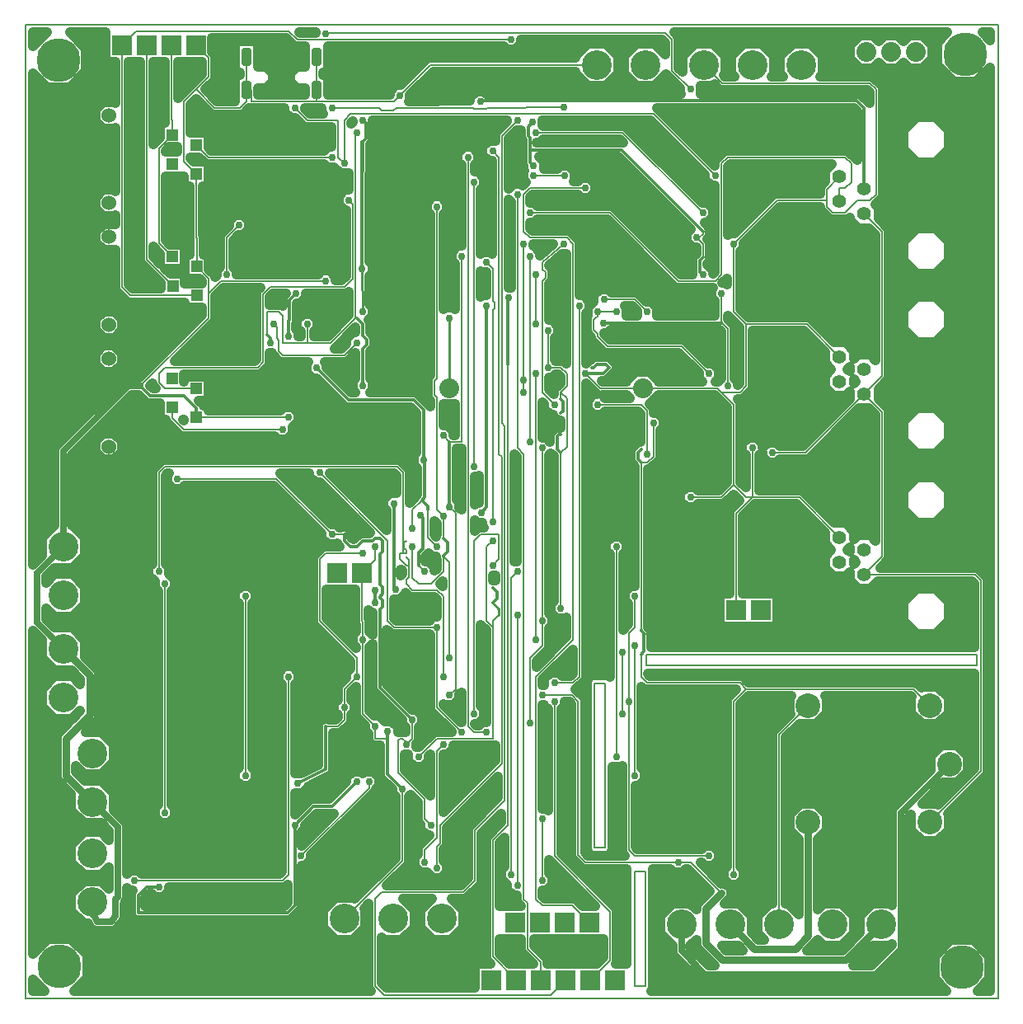
<source format=gbr>
G04 PROTEUS GERBER X2 FILE*
%TF.GenerationSoftware,Labcenter,Proteus,8.13-SP0-Build31525*%
%TF.CreationDate,2023-08-07T13:40:14+00:00*%
%TF.FileFunction,Copper,L2,Bot*%
%TF.FilePolarity,Positive*%
%TF.Part,Single*%
%TF.SameCoordinates,{8d507f11-5f74-4f73-9321-756942b8957b}*%
%FSLAX45Y45*%
%MOMM*%
G01*
%TA.AperFunction,Conductor*%
%ADD11C,0.203200*%
%ADD10C,0.304800*%
%ADD12C,0.254000*%
%ADD13C,0.635000*%
%ADD14C,0.762000*%
%TA.AperFunction,ViaPad*%
%ADD16C,0.762000*%
%TA.AperFunction,Conductor*%
%ADD17C,1.016000*%
%TA.AperFunction,ComponentPad*%
%ADD23C,3.048000*%
%ADD33C,2.032000*%
%AMPPAD029*
4,1,36,
0.220200,-0.925000,
-0.220200,-0.925000,
-0.282520,-0.918940,
-0.340160,-0.901490,
-0.391980,-0.873770,
-0.436890,-0.836890,
-0.473760,-0.791980,
-0.501480,-0.740160,
-0.518930,-0.682520,
-0.525000,-0.620200,
-0.525000,0.620200,
-0.518930,0.682520,
-0.501480,0.740160,
-0.473760,0.791980,
-0.436890,0.836890,
-0.391980,0.873770,
-0.340160,0.901490,
-0.282520,0.918940,
-0.220200,0.925000,
0.220200,0.925000,
0.282520,0.918940,
0.340160,0.901490,
0.391980,0.873770,
0.436890,0.836890,
0.473760,0.791980,
0.501480,0.740160,
0.518930,0.682520,
0.525000,0.620200,
0.525000,-0.620200,
0.518930,-0.682520,
0.501480,-0.740160,
0.473760,-0.791980,
0.436890,-0.836890,
0.391980,-0.873770,
0.340160,-0.901490,
0.282520,-0.918940,
0.220200,-0.925000,
0*%
%TA.AperFunction,WasherPad*%
%ADD35PPAD029*%
%TA.AperFunction,OtherPad,Unknown*%
%ADD41C,4.500000*%
%TA.AperFunction,ComponentPad*%
%ADD43C,1.397000*%
%ADD44R,1.308100X1.308100*%
%ADD45C,1.524000*%
%ADD46R,2.032000X2.032000*%
%TA.AperFunction,ComponentPad*%
%ADD48C,2.540000*%
%TA.AperFunction,Profile*%
%ADD58C,0.203200*%
%TD.AperFunction*%
G36*
X-2009139Y+5275579D02*
X-2168955Y+5275579D01*
X-2174636Y+5281260D01*
X-2009139Y+5281260D01*
X-2009139Y+5275579D01*
G37*
G36*
X+4921260Y+5199555D02*
X+4839555Y+5281260D01*
X+4921260Y+5281260D01*
X+4921260Y+5199555D01*
G37*
G36*
X-4911260Y+5139555D02*
X-4911260Y+5281260D01*
X-4769555Y+5281260D01*
X-4911260Y+5139555D01*
G37*
G36*
X-4167639Y+4982361D02*
X-4068579Y+4982361D01*
X-4068579Y+4553961D01*
X-4079237Y+4564619D01*
X-4190759Y+4564619D01*
X-4269617Y+4485761D01*
X-4269617Y+4374239D01*
X-4190759Y+4295381D01*
X-4079237Y+4295381D01*
X-4068579Y+4306039D01*
X-4068579Y+3653963D01*
X-4079237Y+3664621D01*
X-4190759Y+3664621D01*
X-4269617Y+3585763D01*
X-4269617Y+3474241D01*
X-4190759Y+3395383D01*
X-4079237Y+3395383D01*
X-4068579Y+3406041D01*
X-4068579Y+3309963D01*
X-4074225Y+3315609D01*
X-4185747Y+3315609D01*
X-4264605Y+3236751D01*
X-4264605Y+3125229D01*
X-4185747Y+3046371D01*
X-4074225Y+3046371D01*
X-4068579Y+3052017D01*
X-4068579Y+2638595D01*
X-3941395Y+2511411D01*
X-3354827Y+2511411D01*
X-3354827Y+2456151D01*
X-3180079Y+2456151D01*
X-3180079Y+2377905D01*
X-3816815Y+1741169D01*
X-3966349Y+1741169D01*
X-4690169Y+1017349D01*
X-4690169Y+218439D01*
X-4690480Y+218439D01*
X-4818439Y+90480D01*
X-4818439Y-90480D01*
X-4818218Y-90700D01*
X-4911260Y-183742D01*
X-4911260Y+4860445D01*
X-4767396Y+4716581D01*
X-4532604Y+4716581D01*
X-4366581Y+4882604D01*
X-4366581Y+5117396D01*
X-4530445Y+5281260D01*
X-4167639Y+5281260D01*
X-4167639Y+4982361D01*
G37*
%LPC*%
G36*
X-4185747Y+2415611D02*
X-4074225Y+2415611D01*
X-3995367Y+2336753D01*
X-3995367Y+2225231D01*
X-4074225Y+2146373D01*
X-4185747Y+2146373D01*
X-4264605Y+2225231D01*
X-4264605Y+2336753D01*
X-4185747Y+2415611D01*
G37*
G36*
X-4190759Y+2064619D02*
X-4079237Y+2064619D01*
X-4000379Y+1985761D01*
X-4000379Y+1874239D01*
X-4079237Y+1795381D01*
X-4190759Y+1795381D01*
X-4269617Y+1874239D01*
X-4269617Y+1985761D01*
X-4190759Y+2064619D01*
G37*
%LPD*%
G36*
X-4818218Y-959300D02*
X-4818439Y-959520D01*
X-4818439Y-1140480D01*
X-4690480Y-1268439D01*
X-4518059Y-1268439D01*
X-4426519Y-1359979D01*
X-4426519Y-1414942D01*
X-4509520Y-1331941D01*
X-4690480Y-1331941D01*
X-4818439Y-1459900D01*
X-4818439Y-1640860D01*
X-4690480Y-1768819D01*
X-4509520Y-1768819D01*
X-4426519Y-1685818D01*
X-4426519Y-1686521D01*
X-4668519Y-1928521D01*
X-4668519Y-2388359D01*
X-4518439Y-2538439D01*
X-4518439Y-2710860D01*
X-4390480Y-2838819D01*
X-4209520Y-2838819D01*
X-4209300Y-2838598D01*
X-4130169Y-2917729D01*
X-4130169Y-3010912D01*
X-4209520Y-2931561D01*
X-4390480Y-2931561D01*
X-4518439Y-3059520D01*
X-4518439Y-3240480D01*
X-4390480Y-3368439D01*
X-4209520Y-3368439D01*
X-4130169Y-3289088D01*
X-4130169Y-3511292D01*
X-4209520Y-3431941D01*
X-4390480Y-3431941D01*
X-4518439Y-3559900D01*
X-4518439Y-3740860D01*
X-4390480Y-3868819D01*
X-4342693Y-3868819D01*
X-4316893Y-3915260D01*
X-4274559Y-3940169D01*
X-4089765Y-3940169D01*
X-4053171Y-3922872D01*
X-3973831Y-3826284D01*
X-3973831Y-3676606D01*
X-3959861Y-3662636D01*
X-3959861Y-3642879D01*
X-3949831Y-3632849D01*
X-3949831Y-3499944D01*
X-3916636Y-3533139D01*
X-3891307Y-3533139D01*
X-3903659Y-3545491D01*
X-3903659Y-3790509D01*
X-3860509Y-3833659D01*
X-2268991Y-3833659D01*
X-2148841Y-3713509D01*
X-2148841Y-3279139D01*
X-2115864Y-3279139D01*
X-2054861Y-3218136D01*
X-2054861Y-3167845D01*
X-1391921Y-2504905D01*
X-1391921Y-2491696D01*
X-1356361Y-2456136D01*
X-1356361Y-2369864D01*
X-1417364Y-2308861D01*
X-1503636Y-2308861D01*
X-1524000Y-2329225D01*
X-1544364Y-2308861D01*
X-1630636Y-2308861D01*
X-1691639Y-2369864D01*
X-1691639Y-2412971D01*
X-1872009Y-2593341D01*
X-2062511Y-2593341D01*
X-2105659Y-2636489D01*
X-2105659Y-2636491D01*
X-2217421Y-2748253D01*
X-2217421Y-2534139D01*
X-2146864Y-2534139D01*
X-2085861Y-2473136D01*
X-2085861Y-2464883D01*
X-1853180Y-2342344D01*
X-1831341Y-2306841D01*
X-1831341Y-1910079D01*
X-1749595Y-1910079D01*
X-1645921Y-1806405D01*
X-1645921Y-1729696D01*
X-1610361Y-1694136D01*
X-1610361Y-1607864D01*
X-1645921Y-1572304D01*
X-1645921Y-1488905D01*
X-1594655Y-1437639D01*
X-1592579Y-1437639D01*
X-1592579Y-1742905D01*
X-1501139Y-1834345D01*
X-1501139Y-1884636D01*
X-1465579Y-1920196D01*
X-1465579Y-1996906D01*
X-1425406Y-2037079D01*
X-1344034Y-2037079D01*
X-1344034Y-2365111D01*
X-1224378Y-2484767D01*
X-1224378Y-2527874D01*
X-1188818Y-2563434D01*
X-1188818Y-3197834D01*
X-1608032Y-3617048D01*
X-1623520Y-3601561D01*
X-1804480Y-3601561D01*
X-1932439Y-3729520D01*
X-1932439Y-3910480D01*
X-1804480Y-4038439D01*
X-1623520Y-4038439D01*
X-1495561Y-3910480D01*
X-1495561Y-3729520D01*
X-1511048Y-3714032D01*
X-1465579Y-3668563D01*
X-1465579Y-4536905D01*
X-1441224Y-4561260D01*
X-4490445Y-4561260D01*
X-4356581Y-4427396D01*
X-4356581Y-4192604D01*
X-4522604Y-4026581D01*
X-4757396Y-4026581D01*
X-4911260Y-4180445D01*
X-4911260Y-866258D01*
X-4818218Y-959300D01*
G37*
G36*
X+4376581Y+5177396D02*
X+4376581Y+4942604D01*
X+4542604Y+4776581D01*
X+4777396Y+4776581D01*
X+4921260Y+4920445D01*
X+4921260Y-4561260D01*
X+4789555Y-4561260D01*
X+4913419Y-4437396D01*
X+4913419Y-4202604D01*
X+4747396Y-4036581D01*
X+4512604Y-4036581D01*
X+4346581Y-4202604D01*
X+4346581Y-4437396D01*
X+4470445Y-4561260D01*
X+1436131Y-4561260D01*
X+1453605Y-4543786D01*
X+1453605Y-3307079D01*
X+1635804Y-3307079D01*
X+1671364Y-3342639D01*
X+1757636Y-3342639D01*
X+1793196Y-3307079D01*
X+1813095Y-3307079D01*
X+2042259Y-3536243D01*
X+1903481Y-3675021D01*
X+1903481Y-3725322D01*
X+1839720Y-3661561D01*
X+1658760Y-3661561D01*
X+1530801Y-3789520D01*
X+1530801Y-3970480D01*
X+1658760Y-4098439D01*
X+1659071Y-4098439D01*
X+1659071Y-4186589D01*
X+1952651Y-4480169D01*
X+3775349Y-4480169D01*
X+4090669Y-4164849D01*
X+4090669Y-2766849D01*
X+4106961Y-2750557D01*
X+4106961Y-2909959D01*
X+4220041Y-3023039D01*
X+4379959Y-3023039D01*
X+4493039Y-2909959D01*
X+4493039Y-2750041D01*
X+4484991Y-2741993D01*
X+4894579Y-2332405D01*
X+4894579Y-320095D01*
X+4790905Y-216421D01*
X+3790563Y-216421D01*
X+3878579Y-128405D01*
X+3878579Y+1412405D01*
X+3773589Y+1517395D01*
X+3773589Y+1620605D01*
X+3878579Y+1725595D01*
X+3878579Y+3262405D01*
X+3773589Y+3367395D01*
X+3773589Y+3480548D01*
X+3739060Y+3515076D01*
X+3815079Y+3591095D01*
X+3815079Y+4727405D01*
X+3711405Y+4831079D01*
X+3170758Y+4831079D01*
X+3199199Y+4859520D01*
X+3199199Y+5040480D01*
X+3071240Y+5168439D01*
X+2890280Y+5168439D01*
X+2762321Y+5040480D01*
X+2762321Y+4859520D01*
X+2790762Y+4831079D01*
X+2670378Y+4831079D01*
X+2698819Y+4859520D01*
X+2698819Y+5040480D01*
X+2570860Y+5168439D01*
X+2389900Y+5168439D01*
X+2261941Y+5040480D01*
X+2261941Y+4859520D01*
X+2290382Y+4831079D01*
X+2195905Y+4831079D01*
X+2182952Y+4844032D01*
X+2198439Y+4859520D01*
X+2198439Y+5040480D01*
X+2070480Y+5168439D01*
X+1889520Y+5168439D01*
X+1761561Y+5040480D01*
X+1761561Y+4875923D01*
X+1721439Y+4916045D01*
X+1721439Y+5233545D01*
X+1673724Y+5281260D01*
X+4480445Y+5281260D01*
X+4376581Y+5177396D01*
G37*
%LPC*%
G36*
X+4163733Y+4413409D02*
X+4356267Y+4413409D01*
X+4492409Y+4277267D01*
X+4492409Y+4084733D01*
X+4356267Y+3948591D01*
X+4163733Y+3948591D01*
X+4027591Y+4084733D01*
X+4027591Y+4277267D01*
X+4163733Y+4413409D01*
G37*
G36*
X+4163733Y+3270409D02*
X+4356267Y+3270409D01*
X+4492409Y+3134267D01*
X+4492409Y+2941733D01*
X+4356267Y+2805591D01*
X+4163733Y+2805591D01*
X+4027591Y+2941733D01*
X+4027591Y+3134267D01*
X+4163733Y+3270409D01*
G37*
G36*
X+4163733Y+2563409D02*
X+4356267Y+2563409D01*
X+4492409Y+2427267D01*
X+4492409Y+2234733D01*
X+4356267Y+2098591D01*
X+4163733Y+2098591D01*
X+4027591Y+2234733D01*
X+4027591Y+2427267D01*
X+4163733Y+2563409D01*
G37*
G36*
X+4163733Y+1420409D02*
X+4356267Y+1420409D01*
X+4492409Y+1284267D01*
X+4492409Y+1091733D01*
X+4356267Y+955591D01*
X+4163733Y+955591D01*
X+4027591Y+1091733D01*
X+4027591Y+1284267D01*
X+4163733Y+1420409D01*
G37*
G36*
X+4163733Y+709409D02*
X+4356267Y+709409D01*
X+4492409Y+573267D01*
X+4492409Y+380733D01*
X+4356267Y+244591D01*
X+4163733Y+244591D01*
X+4027591Y+380733D01*
X+4027591Y+573267D01*
X+4163733Y+709409D01*
G37*
G36*
X+4321639Y+5149438D02*
X+4321639Y+5010562D01*
X+4223438Y+4912361D01*
X+4084562Y+4912361D01*
X+4027000Y+4969923D01*
X+3969438Y+4912361D01*
X+3830562Y+4912361D01*
X+3773000Y+4969923D01*
X+3715438Y+4912361D01*
X+3576562Y+4912361D01*
X+3478361Y+5010562D01*
X+3478361Y+5149438D01*
X+3576562Y+5247639D01*
X+3715438Y+5247639D01*
X+3773000Y+5190077D01*
X+3830562Y+5247639D01*
X+3969438Y+5247639D01*
X+4027000Y+5190077D01*
X+4084562Y+5247639D01*
X+4223438Y+5247639D01*
X+4321639Y+5149438D01*
G37*
%LPD*%
G36*
X-4789555Y-4561260D02*
X-4911260Y-4561260D01*
X-4911260Y-4439555D01*
X-4789555Y-4561260D01*
G37*
G36*
X+1584281Y+5176735D02*
X+1584281Y+5055018D01*
X+1470860Y+5168439D01*
X+1289900Y+5168439D01*
X+1161941Y+5040480D01*
X+1161941Y+4859520D01*
X+1289900Y+4731561D01*
X+1470860Y+4731561D01*
X+1591408Y+4852108D01*
X+1737361Y+4706155D01*
X+1737361Y+4655864D01*
X+1739566Y+4653659D01*
X-251884Y+4653659D01*
X-274364Y+4676139D01*
X-360636Y+4676139D01*
X-421639Y+4615136D01*
X-421639Y+4577972D01*
X-1053650Y+4577575D01*
X-1038861Y+4592364D01*
X-1038861Y+4642655D01*
X-800095Y+4881421D01*
X+661561Y+4881421D01*
X+661561Y+4859520D01*
X+789520Y+4731561D01*
X+970480Y+4731561D01*
X+1098439Y+4859520D01*
X+1098439Y+5040480D01*
X+970480Y+5168439D01*
X+789520Y+5168439D01*
X+661561Y+5040480D01*
X+661561Y+5018579D01*
X-856905Y+5018579D01*
X-1135845Y+4739639D01*
X-1186136Y+4739639D01*
X-1247139Y+4678636D01*
X-1247139Y+4640579D01*
X-1881461Y+4640579D01*
X-1881461Y+4848539D01*
X-1931422Y+4848539D01*
X-1931422Y+4871461D01*
X-1881461Y+4871461D01*
X-1881461Y+5138421D01*
X-78696Y+5138421D01*
X-43136Y+5102861D01*
X+43136Y+5102861D01*
X+104139Y+5163864D01*
X+104139Y+5211421D01*
X+1549595Y+5211421D01*
X+1584281Y+5176735D01*
G37*
G36*
X-2265939Y+5178595D02*
X-2265939Y+5178594D01*
X-2225766Y+5138421D01*
X-2118539Y+5138421D01*
X-2118539Y+4928579D01*
X-2204975Y+4928579D01*
X-2268579Y+4864975D01*
X-2268579Y+4775025D01*
X-2204975Y+4711421D01*
X-2118539Y+4711421D01*
X-2118539Y+4640579D01*
X-2598421Y+4640579D01*
X-2598421Y+4711421D01*
X-2515025Y+4711421D01*
X-2451421Y+4775025D01*
X-2451421Y+4864975D01*
X-2515025Y+4928579D01*
X-2601461Y+4928579D01*
X-2601461Y+5188539D01*
X-2838539Y+5188539D01*
X-2838539Y+4871461D01*
X-2788579Y+4871461D01*
X-2788579Y+4848539D01*
X-2838539Y+4848539D01*
X-2838539Y+4577079D01*
X-3019595Y+4577079D01*
X-3141516Y+4699000D01*
X-3042921Y+4797595D01*
X-3042921Y+5051905D01*
X-3070361Y+5079345D01*
X-3070361Y+5227061D01*
X-2314405Y+5227061D01*
X-2265939Y+5178595D01*
G37*
G36*
X-3180079Y+4854405D02*
X-3423421Y+4611063D01*
X-3423421Y+4982361D01*
X-3180079Y+4982361D01*
X-3180079Y+4854405D01*
G37*
G36*
X+2119008Y+4714008D02*
X+2139095Y+4693921D01*
X+3654595Y+4693921D01*
X+3677921Y+4670595D01*
X+3677921Y+4554247D01*
X+3578509Y+4653659D01*
X+1943434Y+4653659D01*
X+1945639Y+4655864D01*
X+1945639Y+4731561D01*
X+2070480Y+4731561D01*
X+2085968Y+4747048D01*
X+2119008Y+4714008D01*
G37*
G36*
X-1945639Y+4465364D02*
X-1930354Y+4450079D01*
X-2067095Y+4450079D01*
X-2118361Y+4501345D01*
X-2118361Y+4503421D01*
X-1945639Y+4503421D01*
X-1945639Y+4465364D01*
G37*
G36*
X-1628139Y+4358639D02*
X-1630636Y+4358639D01*
X-1645921Y+4343354D01*
X-1645921Y+4353095D01*
X-1628139Y+4370877D01*
X-1628139Y+4358639D01*
G37*
G36*
X+1150648Y+4149868D02*
X+264159Y+4149868D01*
X+264159Y+4150361D01*
X+297136Y+4150361D01*
X+332696Y+4185921D01*
X+1114595Y+4185921D01*
X+1150648Y+4149868D01*
G37*
G36*
X-3560579Y+4388488D02*
X-3560579Y+4360083D01*
X-3553591Y+4353095D01*
X-3553591Y+4352849D01*
X-3608851Y+4352849D01*
X-3608851Y+4202155D01*
X-3677421Y+4133585D01*
X-3677421Y+4982361D01*
X-3560579Y+4982361D01*
X-3560579Y+4388488D01*
G37*
G36*
X-3096492Y+4460008D02*
X-3076405Y+4439921D01*
X-2755095Y+4439921D01*
X-2691595Y+4503421D01*
X-2326639Y+4503421D01*
X-2326639Y+4465364D01*
X-2265636Y+4404361D01*
X-2215345Y+4404361D01*
X-2123905Y+4312921D01*
X-1846579Y+4312921D01*
X-1846579Y+4104639D01*
X-1884636Y+4104639D01*
X-1920196Y+4069079D01*
X-3083095Y+4069079D01*
X-3112161Y+4098145D01*
X-3112161Y+4248839D01*
X-3296921Y+4248839D01*
X-3296921Y+4543595D01*
X-3238500Y+4602016D01*
X-3096492Y+4460008D01*
G37*
G36*
X-3434079Y+4053839D02*
X-3550921Y+4053839D01*
X-3550921Y+4066117D01*
X-3511867Y+4105171D01*
X-3434079Y+4105171D01*
X-3434079Y+4053839D01*
G37*
G36*
X+3551341Y+4472491D02*
X+3551341Y+3975143D01*
X+3457405Y+4069079D01*
X+2194095Y+4069079D01*
X+2090421Y+3965405D01*
X+2090421Y+3914139D01*
X+2088345Y+3914139D01*
X+1496143Y+4506341D01*
X+3517491Y+4506341D01*
X+3551341Y+4472491D01*
G37*
G36*
X-3160823Y+3952839D02*
X-3262855Y+3952839D01*
X-3296921Y+3986905D01*
X-3296921Y+4001161D01*
X-3209145Y+4001161D01*
X-3160823Y+3952839D01*
G37*
G36*
X+100485Y+4219905D02*
X+100485Y+4189396D01*
X+116841Y+4173040D01*
X+116841Y+3918991D01*
X+125861Y+3909971D01*
X+125861Y+3866864D01*
X+132725Y+3860000D01*
X+125861Y+3853136D01*
X+125861Y+3766864D01*
X+151620Y+3741104D01*
X+120396Y+3709880D01*
X+106636Y+3723639D01*
X+20364Y+3723639D01*
X-28891Y+3674384D01*
X-28891Y+4192125D01*
X+56345Y+4277361D01*
X+100485Y+4277361D01*
X+100485Y+4219905D01*
G37*
G36*
X+1842778Y+3260054D02*
X+1800861Y+3218136D01*
X+1800861Y+3131864D01*
X+1861864Y+3070861D01*
X+1899921Y+3070861D01*
X+1899921Y+3005589D01*
X+1864839Y+2970507D01*
X+1864839Y+2837614D01*
X+1864361Y+2837136D01*
X+1864361Y+2799079D01*
X+1742905Y+2799079D01*
X+1044405Y+3497579D01*
X+269196Y+3497579D01*
X+233636Y+3533139D01*
X+195579Y+3533139D01*
X+195579Y+3591095D01*
X+218905Y+3614421D01*
X+683304Y+3614421D01*
X+718864Y+3578861D01*
X+805136Y+3578861D01*
X+866139Y+3639864D01*
X+866139Y+3726136D01*
X+805136Y+3787139D01*
X+718864Y+3787139D01*
X+683304Y+3751579D01*
X+638854Y+3751579D01*
X+654139Y+3766864D01*
X+654139Y+3853136D01*
X+593136Y+3914139D01*
X+506864Y+3914139D01*
X+471304Y+3878579D01*
X+334139Y+3878579D01*
X+334139Y+3953136D01*
X+284725Y+4002550D01*
X+1100282Y+4002550D01*
X+1842778Y+3260054D01*
G37*
G36*
X+3222411Y+3861548D02*
X+3222411Y+3748395D01*
X+3169921Y+3695905D01*
X+3169921Y+3624579D01*
X+2702095Y+3624579D01*
X+2293155Y+3215639D01*
X+2242864Y+3215639D01*
X+2227579Y+3200354D01*
X+2227579Y+3908595D01*
X+2250905Y+3931921D01*
X+3292784Y+3931921D01*
X+3222411Y+3861548D01*
G37*
G36*
X-40639Y+4374345D02*
X-166049Y+4248935D01*
X-166049Y+4168139D01*
X-233636Y+4168139D01*
X-294639Y+4107136D01*
X-294639Y+4020864D01*
X-233636Y+3959861D01*
X-195579Y+3959861D01*
X-195579Y+3009854D01*
X-210864Y+3025139D01*
X-297136Y+3025139D01*
X-312421Y+3009854D01*
X-312421Y+3667804D01*
X-276861Y+3703364D01*
X-276861Y+3789636D01*
X-337864Y+3850639D01*
X-375921Y+3850639D01*
X-375921Y+3921804D01*
X-340361Y+3957364D01*
X-340361Y+4043636D01*
X-401364Y+4104639D01*
X-487636Y+4104639D01*
X-548639Y+4043636D01*
X-548639Y+3957364D01*
X-513079Y+3921804D01*
X-513079Y+3088639D01*
X-551136Y+3088639D01*
X-612139Y+3027636D01*
X-612139Y+2941364D01*
X-576579Y+2905804D01*
X-576579Y+2438354D01*
X-591864Y+2453639D01*
X-678136Y+2453639D01*
X-693421Y+2438354D01*
X-693421Y+3413804D01*
X-657861Y+3449364D01*
X-657861Y+3535636D01*
X-718864Y+3596639D01*
X-805136Y+3596639D01*
X-866139Y+3535636D01*
X-866139Y+3449364D01*
X-830579Y+3413804D01*
X-830579Y+1758405D01*
X-856594Y+1732390D01*
X-856594Y+1527610D01*
X-830579Y+1501595D01*
X-830579Y+1440391D01*
X-928519Y+1538331D01*
X-928519Y+1538333D01*
X-971667Y+1581481D01*
X-1446244Y+1581481D01*
X-1419861Y+1607864D01*
X-1419861Y+1694136D01*
X-1450341Y+1724616D01*
X-1450341Y+2004503D01*
X-1405900Y+2048944D01*
X-1405900Y+2156068D01*
X-1450341Y+2200509D01*
X-1450341Y+2316509D01*
X-1461778Y+2327946D01*
X-1419861Y+2369864D01*
X-1419861Y+2456136D01*
X-1453565Y+2489840D01*
X-1455884Y+2650458D01*
X-1457560Y+2782665D01*
X-1425861Y+2814364D01*
X-1425861Y+2900636D01*
X-1456341Y+2931116D01*
X-1456341Y+3554477D01*
X-1452116Y+4134363D01*
X-1420810Y+4165669D01*
X-1420810Y+4337415D01*
X-1419861Y+4338364D01*
X-1419861Y+4376421D01*
X-40639Y+4376421D01*
X-40639Y+4374345D01*
G37*
G36*
X+294639Y+2991921D02*
X+294639Y+3027636D01*
X+233636Y+3088639D01*
X+231139Y+3088639D01*
X+231139Y+3106421D01*
X+427724Y+3106421D01*
X+294639Y+2991921D01*
G37*
G36*
X-3603839Y+3006855D02*
X-3603839Y+2906825D01*
X-3677421Y+2980407D01*
X-3677421Y+3080437D01*
X-3603839Y+3006855D01*
G37*
G36*
X-3359839Y+3705161D02*
X-3304579Y+3705161D01*
X-3304579Y+3146595D01*
X-3299567Y+3141583D01*
X-3299567Y+2999829D01*
X-3354827Y+2999829D01*
X-3354827Y+2804829D01*
X-3501843Y+2804829D01*
X-3553175Y+2856161D01*
X-3356161Y+2856161D01*
X-3356161Y+3103839D01*
X-3506855Y+3103839D01*
X-3550921Y+3147905D01*
X-3550921Y+3806161D01*
X-3359839Y+3806161D01*
X-3359839Y+3705161D01*
G37*
G36*
X+1991361Y+3817155D02*
X+1991361Y+3766864D01*
X+2052364Y+3705861D01*
X+2090421Y+3705861D01*
X+2090421Y+2822405D01*
X+2072639Y+2804623D01*
X+2072639Y+2837136D01*
X+2012157Y+2897618D01*
X+2012157Y+2909489D01*
X+2042158Y+2939490D01*
X+2042158Y+3000510D01*
X+2037079Y+3005589D01*
X+2037079Y+3139905D01*
X+2014684Y+3162300D01*
X+2037079Y+3184695D01*
X+2037079Y+3202911D01*
X+2042158Y+3207990D01*
X+2042158Y+3269010D01*
X+1986307Y+3324861D01*
X+2011636Y+3324861D01*
X+2072639Y+3385864D01*
X+2072639Y+3472136D01*
X+2011636Y+3533139D01*
X+1961345Y+3533139D01*
X+1171405Y+4323079D01*
X+332696Y+4323079D01*
X+324139Y+4331636D01*
X+324139Y+4376421D01*
X+1432095Y+4376421D01*
X+1991361Y+3817155D01*
G37*
G36*
X-1884636Y+3896361D02*
X-1818639Y+3896361D01*
X-1818639Y+3893864D01*
X-1757636Y+3832861D01*
X-1671364Y+3832861D01*
X-1668579Y+3835646D01*
X-1668579Y+3664139D01*
X-1713136Y+3664139D01*
X-1774139Y+3603136D01*
X-1774139Y+3516864D01*
X-1713136Y+3455861D01*
X-1697689Y+3455861D01*
X-1697689Y+2780795D01*
X-1742905Y+2735579D01*
X-1800861Y+2735579D01*
X-1800861Y+2773636D01*
X-1861864Y+2834639D01*
X-1948136Y+2834639D01*
X-1983696Y+2799079D01*
X-2816861Y+2799079D01*
X-2816861Y+2837136D01*
X-2852421Y+2872696D01*
X-2852421Y+3146595D01*
X-2801155Y+3197861D01*
X-2750864Y+3197861D01*
X-2689861Y+3258864D01*
X-2689861Y+3345136D01*
X-2750864Y+3406139D01*
X-2837136Y+3406139D01*
X-2898139Y+3345136D01*
X-2898139Y+3294845D01*
X-2989579Y+3203405D01*
X-2989579Y+2872696D01*
X-3025139Y+2837136D01*
X-3025139Y+2786845D01*
X-3042921Y+2769063D01*
X-3042921Y+2784907D01*
X-3107149Y+2849135D01*
X-3107149Y+2999829D01*
X-3162409Y+2999829D01*
X-3162409Y+3198393D01*
X-3167421Y+3203405D01*
X-3167421Y+3705161D01*
X-3112161Y+3705161D01*
X-3112161Y+3931921D01*
X-1920196Y+3931921D01*
X-1884636Y+3896361D01*
G37*
G36*
X-3180079Y+2728097D02*
X-3180079Y+2703829D01*
X-3351149Y+2703829D01*
X-3351149Y+2752151D01*
X-3204133Y+2752151D01*
X-3180079Y+2728097D01*
G37*
G36*
X+2217421Y+2692354D02*
X+2202136Y+2707639D01*
X+2169623Y+2707639D01*
X+2217421Y+2755437D01*
X+2217421Y+2692354D01*
G37*
G36*
X-5079Y+3540804D02*
X-5079Y+2664139D01*
X-28891Y+2664139D01*
X-28891Y+3564616D01*
X-5079Y+3540804D01*
G37*
G36*
X-3814579Y+2952002D02*
X-3814579Y+2923597D01*
X-3598827Y+2707845D01*
X-3598827Y+2648569D01*
X-3884585Y+2648569D01*
X-3931421Y+2695405D01*
X-3931421Y+4982361D01*
X-3814579Y+4982361D01*
X-3814579Y+2952002D01*
G37*
G36*
X-297136Y+2816861D02*
X-259079Y+2816861D01*
X-259079Y+2580639D01*
X-297136Y+2580639D01*
X-312421Y+2565354D01*
X-312421Y+2832146D01*
X-297136Y+2816861D01*
G37*
G36*
X-2328868Y+2585300D02*
X-2350443Y+2563725D01*
X-2350443Y+2472827D01*
X-2359195Y+2481579D01*
X-2481421Y+2481579D01*
X-2481421Y+2565095D01*
X-2448095Y+2598421D01*
X-2315747Y+2598421D01*
X-2328868Y+2585300D01*
G37*
G36*
X+1686095Y+2661921D02*
X+2070146Y+2661921D01*
X+2054861Y+2646636D01*
X+2054861Y+2560364D01*
X+2090421Y+2524804D01*
X+2090421Y+2373659D01*
X+1501139Y+2373659D01*
X+1501139Y+2456136D01*
X+1440136Y+2517139D01*
X+1389845Y+2517139D01*
X+1298405Y+2608579D01*
X+1031196Y+2608579D01*
X+995636Y+2644139D01*
X+909364Y+2644139D01*
X+848361Y+2583136D01*
X+848361Y+2517139D01*
X+845864Y+2517139D01*
X+802639Y+2473914D01*
X+802639Y+2519636D01*
X+741636Y+2580639D01*
X+703579Y+2580639D01*
X+703579Y+3139905D01*
X+599905Y+3243579D01*
X+218905Y+3243579D01*
X+195579Y+3266905D01*
X+195579Y+3324861D01*
X+233636Y+3324861D01*
X+269196Y+3360421D01*
X+987595Y+3360421D01*
X+1686095Y+2661921D01*
G37*
G36*
X+1292861Y+2420155D02*
X+1292861Y+2373659D01*
X+1183639Y+2373659D01*
X+1183639Y+2456136D01*
X+1168354Y+2471421D01*
X+1241595Y+2471421D01*
X+1292861Y+2420155D01*
G37*
G36*
X-1668579Y+2377906D02*
X-1668579Y+2377905D01*
X-1882405Y+2164079D01*
X-2026921Y+2164079D01*
X-2026921Y+2207304D01*
X-1991361Y+2242864D01*
X-1991361Y+2329136D01*
X-2052364Y+2390139D01*
X-2138636Y+2390139D01*
X-2199639Y+2329136D01*
X-2199639Y+2242864D01*
X-2164079Y+2207304D01*
X-2164079Y+2164079D01*
X-2181861Y+2164079D01*
X-2181861Y+2202136D01*
X-2212341Y+2232616D01*
X-2212341Y+2288410D01*
X-2203125Y+2297626D01*
X-2203125Y+2495861D01*
X-2166864Y+2495861D01*
X-2105861Y+2556864D01*
X-2105861Y+2598421D01*
X-1686094Y+2598421D01*
X-1668579Y+2615936D01*
X-1668579Y+2377906D01*
G37*
G36*
X-1597659Y+2199639D02*
X-1630636Y+2199639D01*
X-1691639Y+2138636D01*
X-1691639Y+2088345D01*
X-1742905Y+2037079D01*
X-1815437Y+2037079D01*
X-1597659Y+2254857D01*
X-1597659Y+2199639D01*
G37*
G36*
X+3169921Y+3464095D02*
X+3273595Y+3360421D01*
X+3457405Y+3360421D01*
X+3476411Y+3379427D01*
X+3476411Y+3357452D01*
X+3563452Y+3270411D01*
X+3676605Y+3270411D01*
X+3741421Y+3205595D01*
X+3741421Y+1916716D01*
X+3686548Y+1971589D01*
X+3563452Y+1971589D01*
X+3519589Y+1927726D01*
X+3519589Y+2011548D01*
X+3432548Y+2098589D01*
X+3319395Y+2098589D01*
X+3063405Y+2354579D01*
X+2441405Y+2354579D01*
X+2354579Y+2441405D01*
X+2354579Y+3032804D01*
X+2390139Y+3068364D01*
X+2390139Y+3118655D01*
X+2758905Y+3487421D01*
X+3169921Y+3487421D01*
X+3169921Y+3464095D01*
G37*
G36*
X-2598492Y+2641992D02*
X-2618579Y+2621905D01*
X-2618579Y+1923405D01*
X-2631905Y+1910079D01*
X-3453937Y+1910079D01*
X-3042921Y+2321095D01*
X-3042921Y+2575095D01*
X-2956095Y+2661921D01*
X-2578563Y+2661921D01*
X-2598492Y+2641992D01*
G37*
G36*
X+566421Y+1880063D02*
X+536405Y+1910079D01*
X+459696Y+1910079D01*
X+449579Y+1920196D01*
X+449579Y+2143804D01*
X+485139Y+2179364D01*
X+485139Y+2265636D01*
X+424136Y+2326639D01*
X+386079Y+2326639D01*
X+386079Y+2699693D01*
X+418859Y+2732473D01*
X+418859Y+2852738D01*
X+386079Y+2885518D01*
X+386079Y+2888954D01*
X+525882Y+3005861D01*
X+566421Y+3005861D01*
X+566421Y+1880063D01*
G37*
G36*
X+3476411Y+1800726D02*
X+3454137Y+1823000D01*
X+3476411Y+1845274D01*
X+3476411Y+1800726D01*
G37*
G36*
X+2153921Y+2211219D02*
X+2153921Y+1729696D01*
X+2122804Y+1698579D01*
X+2099854Y+1698579D01*
X+2136139Y+1734864D01*
X+2136139Y+1821136D01*
X+2075136Y+1882139D01*
X+2024845Y+1882139D01*
X+1776522Y+2130462D01*
X+1014522Y+2130462D01*
X+957579Y+2187405D01*
X+957579Y+2195861D01*
X+993136Y+2195861D01*
X+1023616Y+2226341D01*
X+2138799Y+2226341D01*
X+2153921Y+2211219D01*
G37*
G36*
X+784861Y+2369864D02*
X+786650Y+2368075D01*
X+773880Y+2355305D01*
X+773880Y+2200658D01*
X+820421Y+2154117D01*
X+820421Y+2130595D01*
X+957712Y+1993304D01*
X+1719712Y+1993304D01*
X+1927861Y+1785155D01*
X+1927861Y+1734864D01*
X+1964146Y+1698579D01*
X+1517639Y+1698579D01*
X+1517639Y+1699438D01*
X+1419438Y+1797639D01*
X+1280562Y+1797639D01*
X+1182361Y+1699438D01*
X+1182361Y+1698579D01*
X+938405Y+1698579D01*
X+932643Y+1704341D01*
X+974584Y+1704341D01*
X+1081234Y+1810991D01*
X+1081234Y+1872009D01*
X+1002932Y+1950311D01*
X+846409Y+1950311D01*
X+811257Y+1915159D01*
X+799489Y+1915159D01*
X+767079Y+1882749D01*
X+767079Y+2397804D01*
X+784861Y+2415586D01*
X+784861Y+2369864D01*
G37*
G36*
X+3541863Y+1696000D02*
X+3519589Y+1673726D01*
X+3519589Y+1718274D01*
X+3541863Y+1696000D01*
G37*
G36*
X+2344421Y+2257595D02*
X+2344421Y+1679405D01*
X+2326639Y+1661623D01*
X+2326639Y+1694136D01*
X+2291079Y+1729696D01*
X+2291079Y+2268029D01*
X+2232658Y+2326450D01*
X+2232658Y+2333634D01*
X+2227579Y+2338713D01*
X+2227579Y+2374437D01*
X+2344421Y+2257595D01*
G37*
G36*
X-3688079Y+1660095D02*
X-3651643Y+1623659D01*
X-3678491Y+1623659D01*
X-3709424Y+1654592D01*
X-3688079Y+1675937D01*
X-3688079Y+1660095D01*
G37*
G36*
X-1597659Y+1724616D02*
X-1628139Y+1694136D01*
X-1628139Y+1607864D01*
X-1601756Y+1581481D01*
X-1640761Y+1581481D01*
X-1894069Y+1834789D01*
X-1894069Y+1877896D01*
X-1916094Y+1899921D01*
X-1686094Y+1899921D01*
X-1597659Y+1988357D01*
X-1597659Y+1724616D01*
G37*
G36*
X+502921Y+1749595D02*
X+502921Y+1679405D01*
X+479594Y+1656079D01*
X+439421Y+1615906D01*
X+439421Y+1564639D01*
X+437345Y+1564639D01*
X+386079Y+1615905D01*
X+386079Y+1737361D01*
X+424136Y+1737361D01*
X+459696Y+1772921D01*
X+479595Y+1772921D01*
X+502921Y+1749595D01*
G37*
G36*
X+1182361Y+1560562D02*
X+1213844Y+1529079D01*
X+967696Y+1529079D01*
X+935354Y+1561421D01*
X+1182361Y+1561421D01*
X+1182361Y+1560562D01*
G37*
G36*
X-3359839Y+1297823D02*
X-3368177Y+1306161D01*
X-3359839Y+1306161D01*
X-3359839Y+1297823D01*
G37*
G36*
X-576579Y+1148079D02*
X-594361Y+1148079D01*
X-594361Y+1186136D01*
X-655364Y+1247139D01*
X-693421Y+1247139D01*
X-693421Y+1462361D01*
X-576579Y+1462361D01*
X-576579Y+1148079D01*
G37*
G36*
X-2457910Y+1979926D02*
X-2377905Y+1899921D01*
X-2080322Y+1899921D01*
X-2102347Y+1877896D01*
X-2102347Y+1791624D01*
X-2041344Y+1730621D01*
X-1998237Y+1730621D01*
X-1701779Y+1434163D01*
X-1032687Y+1434163D01*
X-973659Y+1375135D01*
X-973659Y+963616D01*
X-1004139Y+933136D01*
X-1004139Y+846864D01*
X-962659Y+805384D01*
X-962659Y+538511D01*
X-992159Y+509011D01*
X-992159Y+501825D01*
X-1041401Y+452583D01*
X-1041401Y+790405D01*
X-1145075Y+894079D01*
X-3584405Y+894079D01*
X-3688079Y+790405D01*
X-3688079Y-175304D01*
X-3723639Y-210864D01*
X-3723639Y-297136D01*
X-3662636Y-358139D01*
X-3660139Y-358139D01*
X-3660139Y-424136D01*
X-3624579Y-459696D01*
X-3624579Y-2651804D01*
X-3660139Y-2687364D01*
X-3660139Y-2773636D01*
X-3599136Y-2834639D01*
X-3512864Y-2834639D01*
X-3451861Y-2773636D01*
X-3451861Y-2687364D01*
X-3487421Y-2651804D01*
X-3487421Y-459696D01*
X-3451861Y-424136D01*
X-3451861Y-337864D01*
X-3512864Y-276861D01*
X-3515361Y-276861D01*
X-3515361Y-210864D01*
X-3550921Y-175304D01*
X-3550921Y+733595D01*
X-3527595Y+756921D01*
X-3517854Y+756921D01*
X-3533139Y+741636D01*
X-3533139Y+655364D01*
X-3472136Y+594361D01*
X-3385864Y+594361D01*
X-3350304Y+629921D01*
X-2441405Y+629921D01*
X-1945639Y+134155D01*
X-1945639Y+83864D01*
X-1884636Y+22861D01*
X-1798364Y+22861D01*
X-1788159Y+33066D01*
X-1788159Y+32991D01*
X-1760247Y+5079D01*
X-1933405Y+5079D01*
X-2037079Y-98595D01*
X-2037079Y-790405D01*
X-1656079Y-1171405D01*
X-1656079Y-1254804D01*
X-1691639Y-1290364D01*
X-1691639Y-1340655D01*
X-1783079Y-1432095D01*
X-1783079Y-1572304D01*
X-1818639Y-1607864D01*
X-1818639Y-1694136D01*
X-1783079Y-1729696D01*
X-1783079Y-1749595D01*
X-1806405Y-1772921D01*
X-1869409Y-1772921D01*
X-1874489Y-1767841D01*
X-1935511Y-1767841D01*
X-1978659Y-1810989D01*
X-1978659Y-2239753D01*
X-2157283Y-2325861D01*
X-2217421Y-2325861D01*
X-2217421Y-1412196D01*
X-2181861Y-1376636D01*
X-2181861Y-1290364D01*
X-2242864Y-1229361D01*
X-2329136Y-1229361D01*
X-2390139Y-1290364D01*
X-2390139Y-1376636D01*
X-2354579Y-1412196D01*
X-2354579Y-3337095D01*
X-2377905Y-3360421D01*
X-3794804Y-3360421D01*
X-3830364Y-3324861D01*
X-3916636Y-3324861D01*
X-3949831Y-3358056D01*
X-3949831Y-2843031D01*
X-4081782Y-2711080D01*
X-4081561Y-2710860D01*
X-4081561Y-2529900D01*
X-4209520Y-2401941D01*
X-4381941Y-2401941D01*
X-4475481Y-2308401D01*
X-4475481Y-2253438D01*
X-4390480Y-2338439D01*
X-4209520Y-2338439D01*
X-4081561Y-2210480D01*
X-4081561Y-2029520D01*
X-4209520Y-1901561D01*
X-4368563Y-1901561D01*
X-4233481Y-1766479D01*
X-4233481Y-1280021D01*
X-4381561Y-1131941D01*
X-4381561Y-959520D01*
X-4509520Y-831561D01*
X-4690480Y-831561D01*
X-4690700Y-831782D01*
X-4779831Y-742651D01*
X-4779831Y-629468D01*
X-4690480Y-718819D01*
X-4509520Y-718819D01*
X-4381561Y-590860D01*
X-4381561Y-409900D01*
X-4509520Y-281941D01*
X-4690480Y-281941D01*
X-4779831Y-371292D01*
X-4779831Y-307349D01*
X-4690700Y-218218D01*
X-4690480Y-218439D01*
X-4509520Y-218439D01*
X-4381561Y-90480D01*
X-4381561Y+90480D01*
X-4509520Y+218439D01*
X-4509831Y+218439D01*
X-4509831Y+942651D01*
X-3891651Y+1560831D01*
X-3823999Y+1560831D01*
X-3739509Y+1476341D01*
X-3603839Y+1476341D01*
X-3603839Y+1306161D01*
X-3548579Y+1306161D01*
X-3548579Y+1292595D01*
X-3393905Y+1137921D01*
X-2428196Y+1137921D01*
X-2392636Y+1102361D01*
X-2306364Y+1102361D01*
X-2245361Y+1163364D01*
X-2245361Y+1227364D01*
X-2185861Y+1286864D01*
X-2185861Y+1373136D01*
X-2246864Y+1434139D01*
X-2333136Y+1434139D01*
X-2369696Y+1397579D01*
X-3112161Y+1397579D01*
X-3112161Y+1452839D01*
X-3162341Y+1452839D01*
X-3162341Y+1456509D01*
X-3206993Y+1501161D01*
X-3112161Y+1501161D01*
X-3112161Y+1748839D01*
X-3359839Y+1748839D01*
X-3359839Y+1693579D01*
X-3361173Y+1693579D01*
X-3361173Y+1772921D01*
X-2575095Y+1772921D01*
X-2481421Y+1866595D01*
X-2481421Y+1991361D01*
X-2457910Y+1991361D01*
X-2457910Y+1979926D01*
G37*
%LPC*%
G36*
X-4190759Y+1164621D02*
X-4079237Y+1164621D01*
X-4000379Y+1085763D01*
X-4000379Y+974241D01*
X-4079237Y+895383D01*
X-4190759Y+895383D01*
X-4269617Y+974241D01*
X-4269617Y+1085763D01*
X-4190759Y+1164621D01*
G37*
G36*
X-2626361Y-464864D02*
X-2626361Y-551136D01*
X-2661921Y-586696D01*
X-2661921Y-2270804D01*
X-2626361Y-2306364D01*
X-2626361Y-2392636D01*
X-2687364Y-2453639D01*
X-2773636Y-2453639D01*
X-2834639Y-2392636D01*
X-2834639Y-2306364D01*
X-2799079Y-2270804D01*
X-2799079Y-586696D01*
X-2834639Y-551136D01*
X-2834639Y-464864D01*
X-2773636Y-403861D01*
X-2687364Y-403861D01*
X-2626361Y-464864D01*
G37*
%LPD*%
G36*
X+340361Y+1467655D02*
X+340361Y+1417364D01*
X+401364Y+1356361D01*
X+434342Y+1356361D01*
X+434342Y+1342885D01*
X+477490Y+1299737D01*
X+502921Y+1299737D01*
X+502921Y+1223659D01*
X+459491Y+1223659D01*
X+399885Y+1164053D01*
X+399885Y+1080890D01*
X+360636Y+1120139D01*
X+322579Y+1120139D01*
X+322579Y+1485437D01*
X+340361Y+1467655D01*
G37*
G36*
X+3222411Y+2001605D02*
X+3222411Y+1888452D01*
X+3287863Y+1823000D01*
X+3222411Y+1757548D01*
X+3222411Y+1634452D01*
X+3309452Y+1547411D01*
X+3432548Y+1547411D01*
X+3476411Y+1591274D01*
X+3476411Y+1517395D01*
X+2995345Y+1036329D01*
X+2760946Y+1036329D01*
X+2725386Y+1071889D01*
X+2639114Y+1071889D01*
X+2580639Y+1013414D01*
X+2580639Y+1059136D01*
X+2519636Y+1120139D01*
X+2433364Y+1120139D01*
X+2372361Y+1059136D01*
X+2372361Y+972864D01*
X+2407921Y+937304D01*
X+2407921Y+610063D01*
X+2354579Y+663405D01*
X+2354579Y+1488905D01*
X+2324563Y+1518921D01*
X+2377905Y+1518921D01*
X+2481579Y+1622595D01*
X+2481579Y+2217421D01*
X+3006595Y+2217421D01*
X+3222411Y+2001605D01*
G37*
G36*
X+3741421Y+1355595D02*
X+3741421Y+62716D01*
X+3686548Y+117589D01*
X+3563452Y+117589D01*
X+3519589Y+73726D01*
X+3519589Y+157548D01*
X+3432548Y+244589D01*
X+3319395Y+244589D01*
X+2987405Y+576579D01*
X+2545079Y+576579D01*
X+2545079Y+937304D01*
X+2578111Y+970336D01*
X+2578111Y+924614D01*
X+2639114Y+863611D01*
X+2725386Y+863611D01*
X+2760946Y+899171D01*
X+3052155Y+899171D01*
X+3573395Y+1420411D01*
X+3676605Y+1420411D01*
X+3741421Y+1355595D01*
G37*
G36*
X+2090421Y+1559095D02*
X+2090421Y+1559094D01*
X+2130595Y+1518921D01*
X+2217421Y+1432095D01*
X+2217421Y+663405D01*
X+2130595Y+576579D01*
X+1920196Y+576579D01*
X+1884636Y+612139D01*
X+1798364Y+612139D01*
X+1737361Y+551136D01*
X+1737361Y+464864D01*
X+1798364Y+403861D01*
X+1884636Y+403861D01*
X+1920196Y+439421D01*
X+2187405Y+439421D01*
X+2286000Y+538016D01*
X+2347766Y+476250D01*
X+2241421Y+369905D01*
X+2241421Y-482361D01*
X+2142361Y-482361D01*
X+2142361Y-817639D01*
X+2731639Y-817639D01*
X+2731639Y-482361D01*
X+2378579Y-482361D01*
X+2378579Y+313095D01*
X+2504905Y+439421D01*
X+2930595Y+439421D01*
X+3222411Y+147605D01*
X+3222411Y+34452D01*
X+3287863Y-31000D01*
X+3222411Y-96452D01*
X+3222411Y-219548D01*
X+3309452Y-306589D01*
X+3432548Y-306589D01*
X+3476411Y-262726D01*
X+3476411Y-346548D01*
X+3563452Y-433589D01*
X+3686548Y-433589D01*
X+3766558Y-353579D01*
X+4734095Y-353579D01*
X+4757421Y-376905D01*
X+4757421Y-1032432D01*
X+1439546Y-1032432D01*
X+1439546Y-928549D01*
X+1441586Y-926509D01*
X+1441586Y-865491D01*
X+1407159Y-831064D01*
X+1407159Y-826726D01*
X+1402079Y-821646D01*
X+1402079Y+793938D01*
X+1425405Y+793938D01*
X+1529079Y+897612D01*
X+1529079Y+1191304D01*
X+1564639Y+1226864D01*
X+1564639Y+1313136D01*
X+1503636Y+1374139D01*
X+1465579Y+1374139D01*
X+1465579Y+1425405D01*
X+1424030Y+1466954D01*
X+1517639Y+1560562D01*
X+1517639Y+1561421D01*
X+2088095Y+1561421D01*
X+2090421Y+1559095D01*
G37*
%LPC*%
G36*
X+4163733Y-433591D02*
X+4356267Y-433591D01*
X+4492409Y-569733D01*
X+4492409Y-762267D01*
X+4356267Y-898409D01*
X+4163733Y-898409D01*
X+4027591Y-762267D01*
X+4027591Y-569733D01*
X+4163733Y-433591D01*
G37*
%LPD*%
G36*
X-327659Y+454139D02*
X-353136Y+454139D01*
X-375921Y+431354D01*
X-375921Y+721361D01*
X-337864Y+721361D01*
X-327659Y+731566D01*
X-327659Y+454139D01*
G37*
G36*
X-513079Y+385063D02*
X-530861Y+402845D01*
X-530861Y+453136D01*
X-561341Y+483616D01*
X-561341Y+1010921D01*
X-513079Y+1010921D01*
X-513079Y+385063D01*
G37*
G36*
X-1178559Y+733595D02*
X-1178559Y+548639D01*
X-1249636Y+548639D01*
X-1310639Y+487636D01*
X-1310639Y+401364D01*
X-1280159Y+370884D01*
X-1280159Y+170643D01*
X-1864361Y+754845D01*
X-1864361Y+756921D01*
X-1201885Y+756921D01*
X-1178559Y+733595D01*
G37*
G36*
X-353136Y+245861D02*
X-294639Y+245861D01*
X-294639Y+210864D01*
X-279354Y+195579D01*
X-345905Y+195579D01*
X-375921Y+165563D01*
X-375921Y+268646D01*
X-353136Y+245861D01*
G37*
G36*
X-767079Y+238804D02*
X-767079Y+125589D01*
X-772158Y+120510D01*
X-772158Y+107142D01*
X-791421Y+126405D01*
X-791421Y+263146D01*
X-767079Y+238804D01*
G37*
G36*
X-2072639Y+718864D02*
X-2011636Y+657861D01*
X-1961345Y+657861D01*
X-1447886Y+144402D01*
X-1455128Y+137159D01*
X-1554509Y+137159D01*
X-1618009Y+73659D01*
X-1620491Y+73659D01*
X-1640841Y+94009D01*
X-1640841Y+157511D01*
X-1683989Y+200659D01*
X-1745011Y+200659D01*
X-1750091Y+195579D01*
X-1762804Y+195579D01*
X-1798364Y+231139D01*
X-1848655Y+231139D01*
X-2374437Y+756921D01*
X-2072639Y+756921D01*
X-2072639Y+718864D01*
G37*
G36*
X+3476411Y-53274D02*
X+3454137Y-31000D01*
X+3476411Y-8726D01*
X+3476411Y-53274D01*
G37*
G36*
X+58421Y+924095D02*
X+58421Y-149861D01*
X+32284Y-149861D01*
X+32284Y+950232D01*
X+58421Y+924095D01*
G37*
G36*
X+3541863Y-158000D02*
X+3519589Y-180274D01*
X+3519589Y-135726D01*
X+3541863Y-158000D01*
G37*
G36*
X-805136Y-104139D02*
X-772159Y-104139D01*
X-772159Y-130511D01*
X-767079Y-135591D01*
X-767079Y-225595D01*
X-784861Y-243377D01*
X-784861Y-210864D01*
X-845864Y-149861D01*
X-878841Y-149861D01*
X-878841Y-100573D01*
X-878596Y-96150D01*
X-845860Y-63414D01*
X-805136Y-104139D01*
G37*
G36*
X-1127992Y-238992D02*
X-1122586Y-244398D01*
X-1122586Y-281101D01*
X-1132841Y-291356D01*
X-1132841Y-234143D01*
X-1127992Y-238992D01*
G37*
G36*
X-163693Y-346342D02*
X-185421Y-346342D01*
X-185421Y-294639D01*
X-163693Y-294639D01*
X-163693Y-346342D01*
G37*
G36*
X-703579Y-405937D02*
X-728516Y-381000D01*
X-703579Y-356063D01*
X-703579Y-405937D01*
G37*
G36*
X-1064492Y-492992D02*
X-1044405Y-513079D01*
X-790405Y-513079D01*
X-767079Y-536405D01*
X-767079Y-721361D01*
X-805136Y-721361D01*
X-840696Y-756921D01*
X-1178095Y-756921D01*
X-1201421Y-733595D01*
X-1201421Y-544139D01*
X-1146864Y-544139D01*
X-1085861Y-483136D01*
X-1085861Y-471623D01*
X-1064492Y-492992D01*
G37*
G36*
X+861508Y+1581508D02*
X+878377Y+1564639D01*
X+845864Y+1564639D01*
X+784861Y+1503636D01*
X+784861Y+1417364D01*
X+845864Y+1356361D01*
X+932136Y+1356361D01*
X+967696Y+1391921D01*
X+1305095Y+1391921D01*
X+1328421Y+1368595D01*
X+1328421Y+1073658D01*
X+1302990Y+1073658D01*
X+1225998Y+996666D01*
X+1225998Y+869842D01*
X+1259841Y+835999D01*
X+1259841Y+832006D01*
X+1264921Y+826926D01*
X+1264921Y-403861D01*
X+1226864Y-403861D01*
X+1165861Y-464864D01*
X+1165861Y-551136D01*
X+1201421Y-586696D01*
X+1201421Y-797095D01*
X+1148079Y-850436D01*
X+1148079Y-78696D01*
X+1183639Y-43136D01*
X+1183639Y+43136D01*
X+1122636Y+104139D01*
X+1036364Y+104139D01*
X+975361Y+43136D01*
X+975361Y-43136D01*
X+1010921Y-78696D01*
X+1010921Y-1335114D01*
X+998239Y-1322432D01*
X+823011Y-1322432D01*
X+776885Y-1368558D01*
X+776885Y-3123786D01*
X+823011Y-3169912D01*
X+998239Y-3169912D01*
X+1044365Y-3123786D01*
X+1044365Y-2263139D01*
X+1122636Y-2263139D01*
X+1137921Y-2247854D01*
X+1137921Y-3139905D01*
X+1167937Y-3169921D01*
X+790405Y-3169921D01*
X+756669Y-3136185D01*
X+756669Y-1559095D01*
X+663153Y-1465579D01*
X+663405Y-1465579D01*
X+767079Y-1361905D01*
X+767079Y+1673861D01*
X+769155Y+1673861D01*
X+861508Y+1581508D01*
G37*
G36*
X-1440136Y-675639D02*
X-1423659Y-675639D01*
X-1423659Y-905566D01*
X-1455421Y-873804D01*
X-1455421Y-745595D01*
X-1467421Y-733595D01*
X-1467421Y-648354D01*
X-1440136Y-675639D01*
G37*
G36*
X-1604579Y-762000D02*
X-1604579Y-790405D01*
X-1592579Y-802405D01*
X-1592579Y-873804D01*
X-1628139Y-909364D01*
X-1628139Y-995636D01*
X-1592579Y-1031196D01*
X-1592579Y-1040937D01*
X-1899921Y-733595D01*
X-1899921Y-437639D01*
X-1604579Y-437639D01*
X-1604579Y-762000D01*
G37*
G36*
X+439421Y+930007D02*
X+439421Y-556304D01*
X+403861Y-591864D01*
X+403861Y-678136D01*
X+464864Y-739139D01*
X+551136Y-739139D01*
X+566421Y-723854D01*
X+566421Y-924095D01*
X+259079Y-1231437D01*
X+259079Y-1171405D01*
X+386079Y-1044405D01*
X+386079Y-840696D01*
X+421639Y-805136D01*
X+421639Y-718864D01*
X+386079Y-683304D01*
X+386079Y+937304D01*
X+409102Y+960326D01*
X+439421Y+930007D01*
G37*
G36*
X+629921Y-1305095D02*
X+606595Y-1328421D01*
X+523196Y-1328421D01*
X+487636Y-1292861D01*
X+401364Y-1292861D01*
X+340361Y-1353864D01*
X+340361Y-1419861D01*
X+322579Y-1419861D01*
X+322579Y-1361905D01*
X+629921Y-1054563D01*
X+629921Y-1305095D01*
G37*
G36*
X-513079Y-1800861D02*
X-515155Y-1800861D01*
X-693421Y-1622595D01*
X-693421Y-1612854D01*
X-678136Y-1628139D01*
X-591864Y-1628139D01*
X-530861Y-1567136D01*
X-530861Y-1516845D01*
X-513079Y-1499063D01*
X-513079Y-1800861D01*
G37*
G36*
X+4757421Y-2275595D02*
X+4388007Y-2645009D01*
X+4379959Y-2636961D01*
X+4220557Y-2636961D01*
X+4434479Y-2423039D01*
X+4579959Y-2423039D01*
X+4693039Y-2309959D01*
X+4693039Y-2150041D01*
X+4579959Y-2036961D01*
X+4420041Y-2036961D01*
X+4306961Y-2150041D01*
X+4306961Y-2295521D01*
X+3910331Y-2692151D01*
X+3910331Y-3681412D01*
X+3890480Y-3661561D01*
X+3709520Y-3661561D01*
X+3581561Y-3789520D01*
X+3581561Y-3961941D01*
X+3400021Y-4143481D01*
X+3041517Y-4143481D01*
X+3146519Y-4038479D01*
X+3146519Y-4035818D01*
X+3209140Y-4098439D01*
X+3390100Y-4098439D01*
X+3518059Y-3970480D01*
X+3518059Y-3789520D01*
X+3390100Y-3661561D01*
X+3209140Y-3661561D01*
X+3146519Y-3724182D01*
X+3146519Y-3006479D01*
X+3243039Y-2909959D01*
X+3243039Y-2750041D01*
X+3129959Y-2636961D01*
X+2970041Y-2636961D01*
X+2856961Y-2750041D01*
X+2856961Y-2909959D01*
X+2953481Y-3006479D01*
X+2953481Y-3774562D01*
X+2840480Y-3661561D01*
X+2818579Y-3661561D01*
X+2818579Y-1958405D01*
X+2961993Y-1814991D01*
X+2970041Y-1823039D01*
X+3129959Y-1823039D01*
X+3243039Y-1709959D01*
X+3243039Y-1550041D01*
X+3222077Y-1529079D01*
X+4102095Y-1529079D01*
X+4115009Y-1541993D01*
X+4106961Y-1550041D01*
X+4106961Y-1709959D01*
X+4220041Y-1823039D01*
X+4379959Y-1823039D01*
X+4493039Y-1709959D01*
X+4493039Y-1550041D01*
X+4379959Y-1436961D01*
X+4220041Y-1436961D01*
X+4211993Y-1445009D01*
X+4158905Y-1391921D01*
X+2441405Y-1391921D01*
X+2377905Y-1328421D01*
X+1425405Y-1328421D01*
X+1402079Y-1305095D01*
X+1402079Y-1299912D01*
X+4757421Y-1299912D01*
X+4757421Y-2275595D01*
G37*
G36*
X-259079Y-853905D02*
X-259079Y-1800861D01*
X-297136Y-1800861D01*
X-332696Y-1836421D01*
X-352595Y-1836421D01*
X-370377Y-1818639D01*
X-337864Y-1818639D01*
X-276861Y-1757636D01*
X-276861Y-1671364D01*
X-312421Y-1635804D01*
X-312421Y-800563D01*
X-259079Y-853905D01*
G37*
G36*
X-1423659Y-1366489D02*
X-1423659Y-1474509D01*
X-1120139Y-1778029D01*
X-1120139Y-1821136D01*
X-1084579Y-1856696D01*
X-1084579Y-1904537D01*
X-1089195Y-1899921D01*
X-1163774Y-1899921D01*
X-1163774Y-1852136D01*
X-1224777Y-1791133D01*
X-1300092Y-1791133D01*
X-1353864Y-1737361D01*
X-1404155Y-1737361D01*
X-1455421Y-1686095D01*
X-1455421Y-1031196D01*
X-1423659Y-999434D01*
X-1423659Y-1366489D01*
G37*
G36*
X-1254992Y-873992D02*
X-1234905Y-894079D01*
X-840696Y-894079D01*
X-830579Y-904196D01*
X-830579Y-1679405D01*
X-612139Y-1897845D01*
X-612139Y-1899921D01*
X-790405Y-1899921D01*
X-945345Y-2054861D01*
X-975361Y-2054861D01*
X-975361Y-2024845D01*
X-947421Y-1996905D01*
X-947421Y-1856696D01*
X-911861Y-1821136D01*
X-911861Y-1734864D01*
X-972864Y-1673861D01*
X-1015971Y-1673861D01*
X-1276341Y-1413491D01*
X-1276341Y-852643D01*
X-1254992Y-873992D01*
G37*
G36*
X-830579Y-2552437D02*
X-1091421Y-2291595D01*
X-1091421Y-2136139D01*
X-1056639Y-2136139D01*
X-1056639Y-2202136D01*
X-995636Y-2263139D01*
X-909364Y-2263139D01*
X-848361Y-2202136D01*
X-848361Y-2151845D01*
X-830579Y-2134063D01*
X-830579Y-2552437D01*
G37*
G36*
X+340361Y-1630636D02*
X+375921Y-1666196D01*
X+375921Y-2705146D01*
X+360636Y-2689861D01*
X+322579Y-2689861D01*
X+322579Y-1628139D01*
X+340361Y-1628139D01*
X+340361Y-1630636D01*
G37*
G36*
X-163693Y-2194095D02*
X-693421Y-2723823D01*
X-693421Y-2136139D01*
X-655364Y-2136139D01*
X-594361Y-2075136D01*
X-594361Y-2037079D01*
X-163693Y-2037079D01*
X-163693Y-2194095D01*
G37*
G36*
X-2148841Y-3067857D02*
X-2148841Y-2931116D01*
X-2118361Y-2900636D01*
X-2118361Y-2857529D01*
X-2001491Y-2740659D01*
X-1821643Y-2740659D01*
X-2148841Y-3067857D01*
G37*
G36*
X+1348508Y-1445492D02*
X+1368595Y-1465579D01*
X+2310937Y-1465579D01*
X+2217421Y-1559095D01*
X+2217421Y-3286804D01*
X+2181861Y-3322364D01*
X+2181861Y-3408636D01*
X+2242864Y-3469639D01*
X+2329136Y-3469639D01*
X+2390139Y-3408636D01*
X+2390139Y-3322364D01*
X+2354579Y-3286804D01*
X+2354579Y-1615905D01*
X+2441405Y-1529079D01*
X+2877923Y-1529079D01*
X+2856961Y-1550041D01*
X+2856961Y-1709959D01*
X+2865009Y-1718007D01*
X+2681421Y-1901595D01*
X+2681421Y-3661561D01*
X+2659520Y-3661561D01*
X+2531561Y-3789520D01*
X+2531561Y-3970480D01*
X+2594562Y-4033481D01*
X+2539599Y-4033481D01*
X+2468059Y-3961941D01*
X+2468059Y-3789520D01*
X+2340100Y-3661561D01*
X+2189937Y-3661561D01*
X+2255519Y-3595979D01*
X+2255519Y-3516021D01*
X+2198979Y-3459481D01*
X+2159465Y-3459481D01*
X+1943563Y-3243579D01*
X+1953304Y-3243579D01*
X+1988864Y-3279139D01*
X+2075136Y-3279139D01*
X+2136139Y-3218136D01*
X+2136139Y-3131864D01*
X+2075136Y-3070861D01*
X+1988864Y-3070861D01*
X+1953304Y-3106421D01*
X+1298405Y-3106421D01*
X+1275079Y-3083095D01*
X+1275079Y-2453639D01*
X+1313136Y-2453639D01*
X+1374139Y-2392636D01*
X+1374139Y-2306364D01*
X+1338579Y-2270804D01*
X+1338579Y-1435563D01*
X+1348508Y-1445492D01*
G37*
G36*
X-134283Y-2575095D02*
X-443090Y-2883902D01*
X-443090Y-3400595D01*
X-521261Y-3478766D01*
X-1275782Y-3478766D01*
X-1051660Y-3254644D01*
X-1051660Y-2563434D01*
X-1032605Y-2544379D01*
X-957579Y-2619405D01*
X-957579Y-2822405D01*
X-929639Y-2850345D01*
X-929639Y-2900636D01*
X-868636Y-2961639D01*
X-836123Y-2961639D01*
X-957579Y-3083095D01*
X-957579Y-3159804D01*
X-993139Y-3195364D01*
X-993139Y-3281636D01*
X-932136Y-3342639D01*
X-866139Y-3342639D01*
X-866139Y-3345136D01*
X-805136Y-3406139D01*
X-718864Y-3406139D01*
X-657861Y-3345136D01*
X-657861Y-3258864D01*
X-693421Y-3223304D01*
X-693421Y-3108155D01*
X-661671Y-3076405D01*
X-661671Y-2886041D01*
X-134283Y-2358653D01*
X-134283Y-2575095D01*
G37*
G36*
X-2296159Y-3652491D02*
X-2330009Y-3686341D01*
X-3756341Y-3686341D01*
X-3756341Y-3606509D01*
X-3715991Y-3566159D01*
X-3693116Y-3566159D01*
X-3662636Y-3596639D01*
X-3576364Y-3596639D01*
X-3515361Y-3535636D01*
X-3515361Y-3497579D01*
X-2321095Y-3497579D01*
X-2296159Y-3472643D01*
X-2296159Y-3652491D01*
G37*
G36*
X+396008Y-3223492D02*
X+862516Y-3690000D01*
X+731345Y-3690000D01*
X+655766Y-3614421D01*
X+345905Y-3614421D01*
X+322579Y-3591095D01*
X+322579Y-3533139D01*
X+360636Y-3533139D01*
X+421639Y-3472136D01*
X+421639Y-3385864D01*
X+386079Y-3350304D01*
X+386079Y-3213563D01*
X+396008Y-3223492D01*
G37*
G36*
X-68579Y-3286804D02*
X-104139Y-3322364D01*
X-104139Y-3408636D01*
X-43136Y-3469639D01*
X-40639Y-3469639D01*
X-40639Y-3523136D01*
X+20364Y-3584139D01*
X+58421Y-3584139D01*
X+58421Y-3647905D01*
X+98421Y-3687905D01*
X+98421Y-3690000D01*
X-121921Y-3690000D01*
X-121921Y-3040110D01*
X-68579Y-2986768D01*
X-68579Y-3286804D01*
G37*
G36*
X-104874Y-2829095D02*
X-259079Y-2983300D01*
X-259079Y-4237905D01*
X-214623Y-4282361D01*
X-371639Y-4282361D01*
X-371639Y-4532341D01*
X-1276175Y-4532341D01*
X-1328421Y-4480095D01*
X-1328421Y-4014118D01*
X-1304100Y-4038439D01*
X-1123140Y-4038439D01*
X-995181Y-3910480D01*
X-995181Y-3729520D01*
X-1108777Y-3615924D01*
X-818083Y-3615924D01*
X-931679Y-3729520D01*
X-931679Y-3910480D01*
X-803720Y-4038439D01*
X-622760Y-4038439D01*
X-494801Y-3910480D01*
X-494801Y-3729520D01*
X-608397Y-3615924D01*
X-464451Y-3615924D01*
X-305932Y-3457405D01*
X-305932Y-2940712D01*
X-104874Y-2739654D01*
X-104874Y-2829095D01*
G37*
G36*
X+2376603Y-4143481D02*
X+2209979Y-4143481D01*
X+2164937Y-4098439D01*
X+2331561Y-4098439D01*
X+2376603Y-4143481D01*
G37*
G36*
X+619511Y-1615905D02*
X+619511Y-3192995D01*
X+733595Y-3307079D01*
X+1186125Y-3307079D01*
X+1186125Y-4282361D01*
X+1076623Y-4282361D01*
X+1084579Y-4274405D01*
X+1084579Y-3718095D01*
X+513079Y-3146595D01*
X+513079Y-1666196D01*
X+548639Y-1630636D01*
X+548639Y-1592579D01*
X+596185Y-1592579D01*
X+619511Y-1615905D01*
G37*
G36*
X+947421Y-4217595D02*
X+882655Y-4282361D01*
X+372579Y-4282361D01*
X+372579Y-4236095D01*
X+235579Y-4099095D01*
X+235579Y-4025278D01*
X+947421Y-4025278D01*
X+947421Y-4217595D01*
G37*
G36*
X+98421Y-4155905D02*
X+224877Y-4282361D01*
X-20655Y-4282361D01*
X-121921Y-4181095D01*
X-121921Y-4025278D01*
X+98421Y-4025278D01*
X+98421Y-4155905D01*
G37*
G36*
X+3910331Y-4090151D02*
X+3700651Y-4299831D01*
X+3516667Y-4299831D01*
X+3718059Y-4098439D01*
X+3890480Y-4098439D01*
X+3910331Y-4078588D01*
X+3910331Y-4090151D01*
G37*
G36*
X+1903481Y-4070000D02*
X+1903481Y-4109979D01*
X+2093333Y-4299831D01*
X+2027349Y-4299831D01*
X+1839409Y-4111891D01*
X+1839409Y-4098439D01*
X+1839720Y-4098439D01*
X+1903481Y-4034678D01*
X+1903481Y-4070000D01*
G37*
D11*
X-1079500Y-335000D02*
X-1079500Y-381000D01*
X-1016000Y-444500D01*
X-762000Y-444500D01*
X-698500Y-508000D01*
X-698500Y-1333500D01*
X-1109980Y-63500D02*
X-1109980Y+762000D01*
X-1173480Y+825500D01*
X-3556000Y+825500D01*
X-3619500Y+762000D01*
X-3619500Y-254000D01*
X-1109980Y-63500D02*
X-1143000Y-63500D01*
X-1143000Y-127000D01*
X-1079500Y-190500D01*
X-1054007Y-190500D01*
X-1079500Y-40000D02*
X-1079500Y-70000D01*
X-1109980Y-70000D01*
X-1109980Y-63500D01*
X-1054007Y-190500D02*
X-1054007Y-137135D01*
X-1079500Y-111642D01*
X-1079500Y-100000D01*
X-1079500Y-40000D02*
X-1079500Y-31179D01*
X-1097896Y-12783D01*
X-1097896Y+42726D01*
X-1079500Y+61122D01*
X-1079500Y-335000D02*
X-1054007Y-309507D01*
X-1054007Y-297735D01*
X-1054007Y-190500D01*
X+550000Y+3810000D02*
X+230000Y+3810000D01*
X+540000Y+4510000D02*
X-240000Y+4509509D01*
X-251028Y+4498481D01*
X-379067Y+4498481D01*
X-390000Y+4509414D01*
X-1179999Y+4508917D01*
X-1208283Y+4480633D01*
X-1331829Y+4480633D01*
X-1359999Y+4508803D01*
X-1841500Y+4508500D02*
X-1359999Y+4508803D01*
X-190500Y-825500D02*
X-190500Y-1968500D01*
X-762000Y-1968500D01*
X-952500Y-2159000D01*
X-190500Y+63500D02*
X-254000Y+0D01*
X-254000Y-762000D01*
X-190500Y-825500D01*
X-127000Y-698500D02*
X-190500Y-762000D01*
X-190500Y-825500D01*
D10*
X-190500Y-576284D02*
X-142863Y-528647D01*
X-142863Y-486842D01*
X-142863Y-467637D01*
X-185180Y-425320D01*
X-190500Y-420000D01*
D12*
X-190500Y-576284D02*
X-127000Y-639784D01*
X-127000Y-698500D01*
D11*
X-1905000Y+5270500D02*
X-1895500Y+5280000D01*
X+1578000Y+5280000D01*
X+1652860Y+5205140D01*
X+1652860Y+4887640D01*
X+1841500Y+4699000D01*
X-3873500Y-3429000D02*
X-2349500Y-3429000D01*
X-2286000Y-3365500D01*
X-2286000Y-1333500D01*
X+317500Y+1016000D02*
X+317500Y-762000D01*
X+1270000Y-2349500D02*
X+1270000Y-1016000D01*
X-762000Y-825500D02*
X-1206500Y-825500D01*
X-1270000Y-762000D01*
X-1270000Y+63500D01*
X-1968500Y+762000D01*
X-762000Y-825500D02*
X-762000Y-1651000D01*
X-508000Y-1905000D01*
X+889000Y+2413000D02*
X+1079500Y+2413000D01*
X+2032000Y+1778000D02*
X+1748117Y+2061883D01*
X+986117Y+2061883D01*
X+889000Y+2159000D01*
X+889000Y+2182522D01*
X+842459Y+2229063D01*
X+842459Y+2326900D01*
X+875559Y+2360000D01*
X+889000Y+2360000D01*
X+889000Y+2413000D02*
X+889000Y+2360000D01*
D10*
X-1530000Y+2857500D02*
X-1530000Y+4160647D01*
X-1520642Y+4170005D01*
X-1524000Y+4381500D02*
X-1494469Y+4351969D01*
X-1494469Y+4196178D01*
X-1520642Y+4170005D01*
D11*
X-1530000Y+2857500D02*
X-1520642Y+4170005D01*
D12*
X-1524000Y+2413000D02*
X-1530000Y+2857500D01*
D10*
X-1397000Y-571500D02*
X-1397000Y-444500D01*
D11*
X-889000Y-3238500D02*
X-889000Y-3111500D01*
X-762000Y-2984500D01*
X-762000Y-2095500D01*
X-698500Y-2032000D01*
X-2730500Y-508000D02*
X-2730500Y-2349500D01*
X+1333500Y-1110000D02*
X+1333500Y-1333500D01*
X+1397000Y-1397000D01*
X+2349500Y-1397000D01*
X+2413000Y-1460500D01*
X+1333500Y+862517D02*
X+1397000Y+862517D01*
X+1460500Y+926017D01*
X+1460500Y+1270000D01*
X+1333500Y-857237D02*
X+1333500Y+862517D01*
X+2413000Y-1460500D02*
X+4130500Y-1460500D01*
X+4300000Y-1630000D01*
X+2413000Y-1460500D02*
X+2286000Y-1587500D01*
X+2286000Y-3365500D01*
D10*
X+1333500Y+862517D02*
X+1333500Y+866508D01*
X+1299657Y+900351D01*
X+1299657Y+966157D01*
X+1333500Y+1000000D01*
X+1333500Y-857237D02*
X+1333500Y-861573D01*
X+1367927Y-896000D01*
X+1365887Y-898040D01*
X+1365887Y-1071454D01*
X+1364401Y-1071454D01*
X+1342425Y-1093430D01*
X+1342425Y-1101075D01*
X+1333500Y-1110000D01*
D11*
X-1460500Y-2413000D02*
X-1460500Y-2476500D01*
X-2159000Y-3175000D01*
X-3556000Y-2730500D02*
X-3556000Y-381000D01*
D10*
X-3619500Y-3492500D02*
X-3746500Y-3492500D01*
X-3830000Y-3576000D01*
X-3830000Y-3760000D01*
X-2299500Y-3760000D01*
X-2222500Y-3683000D01*
X-2222500Y-3175000D01*
X-1841500Y-2667000D02*
X-2032000Y-2667000D01*
X-1587500Y-2413000D02*
X-1841500Y-2667000D01*
X-2222500Y-2857500D02*
X-2032000Y-2667000D01*
X-2222500Y-2857500D02*
X-2222500Y-3175000D01*
D11*
X+254000Y+1778000D02*
X+254000Y-952500D01*
X+381000Y+1841500D02*
X+508000Y+1841500D01*
X+571500Y+1778000D01*
X+571500Y+1651000D01*
X+508000Y+1587500D01*
X+508000Y+965596D02*
X+571500Y+1029096D01*
X+571500Y+1524000D01*
X+508000Y+1587500D01*
X+508000Y+1520000D02*
X+508000Y+1587500D01*
X+508000Y+965596D02*
X+508000Y-635000D01*
X+381000Y+1841500D02*
X+381000Y+2222500D01*
D10*
X+508000Y+1520000D02*
X+533495Y+1494505D01*
X+533495Y+1388203D01*
X+522808Y+1388203D01*
X+508000Y+1373395D01*
X+508000Y+965596D02*
X+473544Y+1000052D01*
X+473544Y+1133544D01*
X+490000Y+1150000D01*
X+508000Y+1150000D01*
D11*
X-381000Y+3746500D02*
X-381000Y+825500D01*
X+0Y-3365500D02*
X+0Y-317500D01*
X+63500Y-254000D01*
X-1714500Y+2667000D02*
X-2476500Y+2667000D01*
X-2550000Y+2593500D01*
X-2550000Y+1895000D01*
X-2603500Y+1841500D01*
X-3556000Y+1841500D01*
X-3619500Y+1778000D01*
X-3619500Y+1688500D01*
X-3556000Y+1625000D01*
X-3236000Y+1625000D01*
X-1670000Y+3560000D02*
X-1629110Y+3519110D01*
X-1629110Y+3511038D01*
X-1629110Y+2752390D01*
X-1651000Y+2730500D01*
X-1714500Y+2667000D02*
X-1651000Y+2730500D01*
X+2159000Y+2303124D02*
X+2222500Y+2239624D01*
X+2222500Y+1651000D01*
X+2159000Y+2303124D02*
X+2159000Y+2603500D01*
D10*
X+950000Y+2300000D02*
X+2155876Y+2300000D01*
X+2159000Y+2303124D01*
D12*
X-635000Y+2349500D02*
X-640000Y+2344500D01*
X-640000Y+1630000D01*
D13*
X+1749240Y-3880000D02*
X+1749240Y-4149240D01*
X+1990000Y-4390000D01*
X+3738000Y-4390000D01*
X+4000500Y-4127500D01*
X+4000500Y-2729500D01*
X+4500000Y-2230000D01*
D11*
X-952500Y-190500D02*
X-946754Y-60140D01*
X-889000Y-254000D02*
X-952500Y-190500D01*
D10*
X-930000Y+320000D02*
X-907462Y+297462D01*
X-907462Y-20848D01*
X-946754Y-60140D01*
X-952500Y-190500D02*
X-952500Y-65886D01*
X-946754Y-60140D01*
X-1206500Y+444500D02*
X-1206500Y-270000D01*
X-1190000Y-440000D02*
X-1206500Y-423500D01*
X-1206500Y-317500D01*
X-1206500Y-270000D02*
X-1206500Y-317500D01*
D11*
X-1841500Y+4000500D02*
X-3111500Y+4000500D01*
X-3236000Y+4125000D01*
D10*
X-317500Y+4572000D02*
X-309500Y+4580000D01*
X+3548000Y+4580000D01*
X+3625000Y+4503000D01*
X+3625000Y+3673000D01*
D11*
X+1397000Y+2413000D02*
X+1270000Y+2540000D01*
X+952500Y+2540000D01*
D10*
X-254000Y+2476500D02*
X-254000Y+406000D01*
X-310000Y+350000D01*
D11*
X-1600000Y+2349500D02*
X-1854000Y+2095500D01*
X-2095500Y+2095500D01*
X-2349500Y+2286000D02*
X-2349500Y+2095500D01*
X-2095500Y+2095500D01*
X-2095500Y+2286000D02*
X-2095500Y+2095500D01*
X-2349500Y+2349500D02*
X-2349500Y+2286000D01*
X-2349500Y+2349500D02*
X-2349500Y+2374900D01*
X-2387600Y+2413000D01*
X-2510000Y+2413000D01*
X-2510000Y+2180000D01*
D10*
X-2470000Y+2095500D02*
X-2476500Y+2146500D01*
X-2510000Y+2180000D01*
D11*
X-1600000Y+2349500D02*
X-1590000Y+2349500D01*
X-1587500Y+2349500D01*
D10*
X-1524000Y+1651000D02*
X-1524000Y+2035012D01*
X-1479559Y+2079453D01*
X-1479559Y+2125559D01*
X-1524000Y+2170000D01*
X-1524000Y+2286000D01*
X-1587500Y+2349500D01*
D11*
X-1587500Y+4254500D02*
X-1600000Y+4254500D01*
X-1600000Y+2349500D01*
X-1270000Y+4572000D02*
X-2000000Y+4572000D01*
X-2667000Y+4572000D02*
X-2000000Y+4572000D01*
X-1397000Y-1841500D02*
X-1397000Y-1968500D01*
X+1980000Y+4950000D02*
X+2167500Y+4762500D01*
X+3683000Y+4762500D01*
X+3746500Y+4699000D01*
X+3746500Y+3619500D01*
X+3683000Y+3556000D01*
X+3556000Y+3556000D01*
X+3429000Y+3429000D01*
X+3302000Y+3429000D01*
X+3238500Y+3492500D01*
X+3238500Y+3556000D01*
X-1120239Y-2484738D02*
X-1120239Y-3226239D01*
X-1714000Y-3820000D01*
X+880000Y+4950000D02*
X-828500Y+4950000D01*
X-1143000Y+4635500D01*
X+2476500Y+508000D02*
X+2959000Y+508000D01*
X+3371000Y+96000D01*
X+2286000Y+3111500D02*
X+2730500Y+3556000D01*
X+3238500Y+3556000D01*
X-1397000Y-1841500D02*
X-1524000Y-1714500D01*
X-1524000Y-952500D01*
X-3236000Y+3829000D02*
X-3365500Y+3958500D01*
X-3365500Y+4572000D01*
X-3238500Y+4699000D01*
X+1350000Y+1630000D02*
X+910000Y+1630000D01*
X+762000Y+1778000D01*
X+2159000Y+1587500D02*
X+2286000Y+1460500D01*
X+2286000Y+635000D01*
X-3238500Y+4699000D02*
X-3111500Y+4826000D01*
X-3111500Y+5023500D01*
X-3238000Y+5150000D01*
X-2720000Y+4690000D02*
X-2720000Y+4572000D01*
X-2783500Y+4508500D01*
X-3048000Y+4508500D01*
X-3238500Y+4699000D01*
X+3238500Y+3556000D02*
X+3238500Y+3667500D01*
X+3371000Y+3800000D01*
X+1350000Y+1630000D02*
X+2116500Y+1630000D01*
X+2159000Y+1587500D01*
X+2310000Y-650000D02*
X+2310000Y+341500D01*
X+2476500Y+508000D01*
X-3230988Y+2875990D02*
X-3111500Y+2756502D01*
X-3111500Y+2603500D01*
X-1270375Y-1968500D02*
X-1397000Y-1968500D01*
X-1536000Y-270000D02*
X-1536000Y-762000D01*
X-1524000Y-774000D01*
X-1524000Y-952500D01*
X-1143000Y+4635500D02*
X-1206500Y+4572000D01*
X-1270000Y+4572000D01*
X-2720000Y+4690000D02*
X-2667000Y+4690000D01*
X-2667000Y+4572000D01*
X-3236000Y+3829000D02*
X-3236000Y+3175000D01*
X-3230988Y+3169988D01*
X-3230988Y+2875990D01*
X-1905000Y+2730500D02*
X-2984500Y+2730500D01*
X-3111500Y+2603500D01*
X+2286000Y+3111500D02*
X+2286000Y+2413000D01*
X+2413000Y+2286000D01*
X-2000000Y+4690000D02*
X-2000000Y+4572000D01*
X+2159000Y+1587500D02*
X+2349500Y+1587500D01*
X+2413000Y+1651000D01*
X+2413000Y+2286000D01*
X-2000000Y+4690000D02*
X-2000001Y+4690000D01*
X-2000000Y+5030000D01*
X-2000001Y+5030000D01*
X+317500Y-2794000D02*
X+317500Y-3429000D01*
X+3371000Y+1950000D02*
X+3035000Y+2286000D01*
X+2413000Y+2286000D01*
X-2720000Y+4690000D02*
X-2720000Y+5030000D01*
X-2720000Y+5029999D01*
X+2476500Y+508000D02*
X+2413000Y+508000D01*
X+2286000Y+635000D01*
X+2476500Y+508000D02*
X+2476500Y+1016000D01*
X-1536000Y-270000D02*
X-1397000Y-131000D01*
X-1397000Y+0D01*
X-3810000Y+1651000D02*
X-3111500Y+2349500D01*
X-3111500Y+2603500D01*
X+2286000Y+635000D02*
X+2159000Y+508000D01*
X+1841500Y+508000D01*
D10*
X+762000Y+1778000D02*
X+944075Y+1778000D01*
X+1007575Y+1841500D01*
X+972423Y+1876652D01*
X+876918Y+1876652D01*
X+841766Y+1841500D01*
X+830000Y+1841500D01*
D13*
X-4600000Y-1050000D02*
X-4870000Y-780000D01*
X-4870000Y-270000D01*
X-4600000Y+0D01*
D14*
X-4600000Y-1050000D02*
X-4330000Y-1320000D01*
X-4330000Y-1726500D01*
X-4572000Y-1968500D01*
X-4572000Y-2348380D01*
X-4300000Y-2620380D01*
D13*
X-4600000Y+0D02*
X-4600000Y+980000D01*
X-3929000Y+1651000D01*
X-3810000Y+1651000D01*
D10*
X-3236000Y+1329000D02*
X-3236000Y+1426000D01*
X-3360000Y+1550000D01*
X-3709000Y+1550000D01*
X-3810000Y+1651000D01*
D13*
X-4064000Y-3619500D02*
X-4064000Y-3794000D01*
X-4110000Y-3850000D01*
X-4250000Y-3850000D01*
X-4300000Y-3760000D01*
X-4300000Y-3650380D01*
X-4300000Y-2620380D02*
X-4040000Y-2880380D01*
X-4040000Y-3595500D01*
X-4064000Y-3619500D01*
D10*
X-1267913Y-1895272D02*
X-1270375Y-1895272D01*
X-1270375Y-1968500D01*
X-1120239Y-2484738D02*
X-1270375Y-2334602D01*
X-1270375Y-1968500D01*
D11*
X+254000Y+2286000D02*
X+254000Y+2794000D01*
X-2440057Y+2290000D02*
X-2407780Y+2257723D01*
X-2407780Y+2140000D01*
X-2389331Y+2121551D01*
X-2389331Y+2055669D01*
X-2389331Y+2008331D01*
X-2349500Y+1968500D01*
X-1714500Y+1968500D01*
X-1587500Y+2095500D02*
X-1714500Y+1968500D01*
X-635000Y+1079500D02*
X-698500Y+1143000D01*
X-508000Y+1079500D02*
X-508000Y+2984500D01*
X-635000Y+1079500D02*
X-508000Y+1079500D01*
X-635000Y+410000D02*
X-571500Y+346500D01*
X-571500Y-1460500D01*
X-635000Y-1524000D01*
D10*
X-635000Y+1079500D02*
X-635000Y+1016000D01*
X-635000Y+410000D02*
X-635000Y+1016000D01*
D11*
X-2349500Y+1206500D02*
X-3365500Y+1206500D01*
X-3480000Y+1321000D01*
X-3480000Y+1430000D01*
X+127000Y+3111500D02*
X+127000Y+1714500D01*
X+127000Y+1587500D02*
X+127000Y+1714500D01*
X+540000Y+3110000D02*
X+317500Y+2921000D01*
X+317500Y+2850000D01*
X+324613Y+2850000D01*
X+350280Y+2824333D01*
X+350280Y+2760878D01*
X+317500Y+2728098D01*
X+317500Y+1587500D01*
X+444500Y+1460500D02*
X+317500Y+1587500D01*
X-635000Y-1143000D02*
X-635000Y-163500D01*
X-698500Y-100000D01*
X-698500Y+317500D02*
X-698500Y+90000D01*
X-698500Y-100000D02*
X-698500Y-254000D01*
X-825500Y-381000D01*
X-952500Y-381000D01*
X-1016000Y-317500D01*
X-1016000Y+0D01*
D10*
X-698500Y+90000D02*
X-650728Y+42228D01*
X-650728Y+29528D01*
X-650728Y-45820D01*
X-698500Y-93592D01*
X-698500Y-100000D01*
D11*
X+190500Y+2984500D02*
X+190500Y+1079500D01*
X+63500Y+3619500D02*
X+63500Y+1016000D01*
X+127000Y+952500D01*
X+127000Y-3619500D01*
X+167000Y-3659500D01*
X+167000Y-4127500D01*
X+304000Y-4264500D01*
X+304000Y-4450000D01*
X+63500Y+4381500D02*
X-97470Y+4220530D01*
X-97470Y+1270000D01*
X-65704Y+1238234D01*
X-65704Y-2603500D01*
X-374511Y-2912307D01*
X-374511Y-3429000D01*
X-492856Y-3547345D01*
X-1333500Y-3547345D01*
X-1397000Y-3610845D01*
X-1397000Y-4508500D01*
X-1304580Y-4600920D01*
X+407080Y-4600920D01*
X+558000Y-4450000D01*
X+2750000Y-3880000D02*
X+2750000Y-1930000D01*
X+3050000Y-1630000D01*
D14*
X+2249620Y-3880000D02*
X+2499620Y-4130000D01*
X+2918500Y-4130000D01*
X+3050000Y-3998500D01*
X+3050000Y-2830000D01*
D11*
X+2032000Y-3175000D02*
X+1270000Y-3175000D01*
X+1206500Y-3111500D01*
X+1206500Y-1587500D01*
X+1206500Y-889000D02*
X+1206500Y-1587500D01*
X+1206500Y-889000D02*
X+1270000Y-825500D01*
X+1270000Y-508000D01*
X+1714500Y-3238500D02*
X+1841500Y-3238500D01*
X+2159000Y-3556000D01*
X+1714500Y-3238500D02*
X+762000Y-3238500D01*
X+688090Y-3164590D01*
X+688090Y-1587500D01*
X+624590Y-1524000D01*
X+317500Y-1524000D01*
D14*
X+2159000Y-3556000D02*
X+2000000Y-3715000D01*
X+2000000Y-4070000D01*
X+2170000Y-4240000D01*
X+3440000Y-4240000D01*
X+3800000Y-3880000D01*
D11*
X-190500Y+4064000D02*
X-127000Y+4000500D01*
X-127000Y+952500D01*
X-95114Y+920614D01*
X-95114Y-2222500D01*
X-730250Y-2857636D01*
X-730250Y-3048000D01*
X-762000Y-3079750D01*
X-762000Y-3302000D01*
X-3746000Y+5150000D02*
X-3746000Y+2952002D01*
X-3474988Y+2680990D01*
X+254000Y+4254500D02*
X+1143000Y+4254500D01*
X+1968500Y+3429000D01*
X-4000000Y+5150000D02*
X-4000000Y+2667000D01*
X-3912990Y+2579990D01*
X-3230988Y+2579990D01*
X+1905000Y+3175000D02*
X+1968500Y+3111500D01*
X+1968500Y+2970000D01*
X+1905000Y+3175000D02*
X+1930400Y+3175000D01*
X+1968500Y+3213100D01*
X+1968500Y+3238500D01*
D10*
X+230000Y+3910000D02*
X+190500Y+3949500D01*
X+190500Y+4076209D01*
X+220000Y+4360000D02*
X+174144Y+4314144D01*
X+174144Y+4219905D01*
X+190500Y+4203549D01*
X+190500Y+4076209D01*
X+1130791Y+4076209D01*
X+1968500Y+3238500D01*
X+1968500Y+2794000D02*
X+1938498Y+2824002D01*
X+1938498Y+2939566D01*
X+1938498Y+2939998D01*
X+1968500Y+2970000D01*
D11*
X-4000000Y+5150000D02*
X-3854360Y+5295640D01*
X-2286000Y+5295640D01*
X-2197360Y+5207000D01*
X+0Y+5207000D02*
X-2197360Y+5207000D01*
X+444500Y-1397000D02*
X+635000Y-1397000D01*
X+698500Y-1333500D01*
X+698500Y+2476500D01*
X+444500Y-1587500D02*
X+444500Y-3175000D01*
X+1016000Y-3746500D01*
X+1016000Y-4246000D01*
X+812000Y-4450000D01*
X+190500Y+3429000D02*
X+1016000Y+3429000D01*
X+1714500Y+2730500D01*
X+2095500Y+2730500D01*
X+2159000Y+2794000D01*
X+2159000Y+3937000D01*
X+2222500Y+4000500D01*
X+3429000Y+4000500D01*
X+3492500Y+3937000D01*
X+3492500Y+3746500D01*
X+3429000Y+3683000D01*
X+3371000Y+3683000D01*
X+3371000Y+3546000D01*
X+3371000Y+3545999D01*
X-190500Y+2430750D02*
X-190500Y+254000D01*
X-190500Y+2530000D02*
X-190500Y+2857500D01*
X-254000Y+2921000D01*
X-190500Y+2522587D02*
X-172396Y+2504483D01*
X-172396Y+2448854D01*
X-190500Y+2430750D01*
X-190500Y+2522587D02*
X-190500Y+2530000D01*
X+762000Y+3683000D02*
X+190500Y+3683000D01*
X+127000Y+3619500D01*
X+127000Y+3238500D01*
X+190500Y+3175000D01*
X+571500Y+3175000D01*
X+635000Y+3111500D01*
X+635000Y-952500D01*
X+254000Y-1333500D01*
X+254000Y-3619500D01*
X+317500Y-3683000D01*
X+627361Y-3683000D01*
X+802000Y-3857639D01*
X+2095500Y+3810000D02*
X+1460500Y+4445000D01*
X-1651000Y+4445000D01*
X-1714500Y+4381500D01*
X-1714500Y+3937000D01*
X-1778000Y+4381500D02*
X-1778000Y+4000500D01*
X-1714500Y+3937000D01*
X-1778000Y+4381500D02*
X-2095500Y+4381500D01*
X-2222500Y+4508500D01*
X+3625000Y-285000D02*
X+4762500Y-285000D01*
X+4826000Y-348500D01*
X+4826000Y-2304000D01*
X+4300000Y-2830000D01*
X+3625000Y+1569000D02*
X+3023750Y+967750D01*
X+2682250Y+967750D01*
X-1905000Y-1841500D02*
X-1778000Y-1841500D01*
X-1714500Y-1778000D01*
X-1714500Y-1651000D01*
X-1016000Y+190500D02*
X-1016000Y+381000D01*
X-918500Y+478500D01*
X+1397000Y+952500D02*
X+1397000Y+1397000D01*
X+1333500Y+1460500D01*
X+889000Y+1460500D01*
X-3485012Y+4229010D02*
X-3485012Y+4381500D01*
X-3492000Y+4388488D01*
X-3492000Y+5150000D01*
X-3485012Y+4229010D02*
X-3619500Y+4094522D01*
X-3619500Y+3119500D01*
X-3480000Y+2980000D01*
X-1587500Y-1333500D02*
X-1714500Y-1460500D01*
X-1714500Y-1651000D01*
X+3625000Y+1569000D02*
X+3810000Y+1384000D01*
X+3810000Y-100000D01*
X+3625000Y-285000D01*
X+3625000Y+3419000D02*
X+3810000Y+3234000D01*
X+3810000Y+1754000D01*
X+3625000Y+1569000D01*
X-1587500Y-1333500D02*
X-1587500Y-1143000D01*
X-1968500Y-762000D01*
X-1968500Y-127000D01*
X-1905000Y-63500D01*
X-1524000Y-63500D01*
D10*
X-1998208Y+1834760D02*
X-1671270Y+1507822D01*
X-1002178Y+1507822D01*
X-918500Y+478500D02*
X-889000Y+508000D01*
X-889000Y+790000D01*
X-900000Y+890000D02*
X-889000Y+879000D01*
X-889000Y+825500D01*
X-889000Y+790000D02*
X-889000Y+825500D01*
X-900000Y+890000D02*
X-900000Y+1405644D01*
X-1002178Y+1507822D01*
D11*
X-762000Y+0D02*
X-860000Y+98000D01*
X-860000Y+381000D01*
D10*
X-918500Y+478500D02*
X-918500Y+477181D01*
X-860000Y+418681D01*
X-860000Y+381000D01*
X-1905000Y-1841500D02*
X-1905000Y-2286000D01*
X-2190000Y-2430000D01*
X-2286000Y+2159000D02*
X-2286000Y+2318919D01*
X-2276784Y+2328135D01*
X-2276784Y+2533216D01*
X-2210000Y+2600000D01*
D11*
X-444500Y+4000500D02*
X-444500Y-1841500D01*
X-381000Y-1905000D01*
X-254000Y-1905000D01*
X-1143000Y-1968500D02*
X-1117600Y-1968500D01*
X-1079500Y-2006600D01*
X-1079500Y-2032000D01*
X-1016000Y-1778000D02*
X-1016000Y-1968500D01*
X-1079500Y-2032000D01*
X-1841500Y+127000D02*
X-2413000Y+698500D01*
X-3429000Y+698500D01*
X-1714500Y+127000D02*
X-1841500Y+127000D01*
X-889000Y-2730500D02*
X-889000Y-2794000D01*
X-825500Y-2857500D01*
D10*
X-1350000Y-380000D02*
X-1350000Y-76852D01*
X-1440000Y+63500D02*
X-1524000Y+63500D01*
X-1587500Y+0D01*
X-1651000Y+0D01*
X-1714500Y+63500D01*
X-1714500Y+127000D01*
X-1350000Y-76852D02*
X-1324429Y-51281D01*
X-1324429Y+60487D01*
X-1351421Y+87479D01*
X-1375634Y+87479D01*
X-1400640Y+87479D01*
X-1424619Y+63500D01*
X-1440000Y+63500D02*
X-1424619Y+63500D01*
X-1350000Y-520918D02*
X-1350000Y-512158D01*
X-1320272Y-482430D01*
X-1320272Y-415839D01*
X-1350000Y-386111D01*
X-1350000Y-380000D02*
X-1350000Y-386111D01*
X-1016000Y-1778000D02*
X-1350000Y-1444000D01*
X-1350000Y-1397000D01*
X-1350000Y-520918D02*
X-1321220Y-549698D01*
X-1321220Y-550589D01*
X-1321220Y-615420D01*
X-1350000Y-644200D01*
D11*
X-889000Y-2730500D02*
X-889000Y-2591000D01*
X-1160000Y-2320000D01*
X-1160000Y-1985500D01*
X-1143000Y-1968500D01*
D10*
X-1350000Y-1397000D02*
X-1350000Y-644200D01*
D11*
X+317500Y-762000D02*
X+317500Y-1016000D01*
X+190500Y-1143000D01*
X+190500Y-1810000D01*
X-190500Y-190500D02*
X-127000Y-127000D01*
X-127000Y+127000D01*
X-317500Y+127000D01*
X-381000Y+63500D01*
X-381000Y-1714500D01*
X-2794000Y+3302000D02*
X-2921000Y+3175000D01*
X-2921000Y+2794000D01*
X-3236000Y+1329000D02*
X-2345000Y+1329000D01*
X-2290000Y+1330000D01*
X-762000Y+1730000D02*
X-788015Y+1703985D01*
X-788015Y+1698053D01*
X-788015Y+1556015D01*
X-762000Y+1530000D01*
X-698500Y+317500D02*
X-762000Y+381000D01*
X-762000Y+1530000D01*
X-762000Y+1730000D02*
X-762000Y+3492500D01*
X+1143000Y-1714500D02*
X+1143000Y-1079500D01*
X+63500Y-3480000D02*
X+63500Y-698500D01*
X+50000Y-4450000D02*
X-190500Y-4209500D01*
X-190500Y-3011705D01*
X-36295Y-2857500D01*
X-36295Y+1870021D01*
D10*
X-36295Y+2506295D01*
X-30000Y+2560000D01*
D11*
X+1079500Y-2159000D02*
X+1079500Y+0D01*
D16*
X-698500Y-1333500D03*
X-3619500Y-254000D03*
X+230000Y+3810000D03*
X+550000Y+3810000D03*
X+540000Y+4510000D03*
X-1841500Y+4508500D03*
X-952500Y-2159000D03*
X-190500Y+63500D03*
X+1841500Y+4699000D03*
X-1905000Y+5270500D03*
X-2286000Y-1333500D03*
X-3873500Y-3429000D03*
X+317500Y+1016000D03*
X+1270000Y-1016000D03*
X+1270000Y-2349500D03*
X-1968500Y+762000D03*
X-508000Y-1905000D03*
X-762000Y-825500D03*
X+1079500Y+2413000D03*
X+2032000Y+1778000D03*
X+889000Y+2413000D03*
X-1530000Y+2857500D03*
X-1524000Y+4381500D03*
X-1524000Y+2413000D03*
X-1397000Y-444500D03*
X-1397000Y-571500D03*
X-698500Y-2032000D03*
X-2730500Y-2349500D03*
X-889000Y-3238500D03*
X+1460500Y+1270000D03*
X+2286000Y-3365500D03*
X-2159000Y-3175000D03*
X-1460500Y-2413000D03*
X-3556000Y-381000D03*
X-3556000Y-2730500D03*
X-1587500Y-2413000D03*
X-3619500Y-3492500D03*
X-2222500Y-2857500D03*
X+254000Y-952500D03*
X+254000Y+1778000D03*
X+508000Y-635000D03*
X+381000Y+2222500D03*
X+381000Y+1841500D03*
X-381000Y+825500D03*
X-381000Y+3746500D03*
X+63500Y-254000D03*
X+0Y-3365500D03*
X-1670000Y+3560000D03*
X+2222500Y+1651000D03*
X+2159000Y+2603500D03*
X-635000Y+2349500D03*
X+950000Y+2300000D03*
X-930000Y+320000D03*
X-889000Y-254000D03*
X-1190000Y-440000D03*
X-1206500Y+444500D03*
X-1841500Y+4000500D03*
X-317500Y+4572000D03*
X+952500Y+2540000D03*
X+1397000Y+2413000D03*
X-310000Y+350000D03*
X-254000Y+2476500D03*
X-2095500Y+2286000D03*
X-2470000Y+2095500D03*
X-1524000Y+1651000D03*
X-1587500Y+4254500D03*
X+2476500Y+1016000D03*
X-1397000Y+0D03*
X+1841500Y+508000D03*
X+317500Y-3429000D03*
X-1143000Y+4635500D03*
X+762000Y+1778000D03*
X-1524000Y-952500D03*
X-4064000Y-3619500D03*
X-1905000Y+2730500D03*
X-1120239Y-2484738D03*
X-1267913Y-1895272D03*
X-1397000Y-1841500D03*
X+254000Y+2794000D03*
X+254000Y+2286000D03*
X-2440057Y+2290000D03*
X-1587500Y+2095500D03*
X-508000Y+2984500D03*
X-698500Y+1143000D03*
X-635000Y-1524000D03*
X-635000Y+410000D03*
X-2349500Y+1206500D03*
X+127000Y+1714500D03*
X+127000Y+3111500D03*
X+127000Y+1587500D03*
X+540000Y+3110000D03*
X+444500Y+1460500D03*
X-762000Y+3492500D03*
X-1016000Y+0D03*
X-698500Y+317500D03*
X-635000Y-1143000D03*
X+190500Y+1079500D03*
X+190500Y+2984500D03*
X+63500Y+3619500D03*
X+63500Y+4381500D03*
X+1206500Y-1587500D03*
X+1270000Y-508000D03*
X+2032000Y-3175000D03*
X+317500Y-1524000D03*
X+1714500Y-3238500D03*
X-762000Y-3302000D03*
X-190500Y+4064000D03*
X+1968500Y+3429000D03*
X+254000Y+4254500D03*
X+1968500Y+2794000D03*
X+0Y+5207000D03*
X+220000Y+4360000D03*
X+230000Y+3910000D03*
X+1905000Y+3175000D03*
X+698500Y+2476500D03*
X+444500Y-1397000D03*
X+444500Y-1587500D03*
X+190500Y+3429000D03*
X-190500Y+254000D03*
X-254000Y+2921000D03*
X+762000Y+3683000D03*
X-1714500Y+3937000D03*
X-2222500Y+4508500D03*
X+2095500Y+3810000D03*
X+889000Y+1460500D03*
X-1714500Y-1651000D03*
X-1524000Y-63500D03*
X-1587500Y-1333500D03*
X+2682250Y+967750D03*
X-1998208Y+1834760D03*
X-900000Y+890000D03*
X-762000Y+0D03*
X-2190000Y-2430000D03*
X-2210000Y+2600000D03*
X-2286000Y+2159000D03*
X-1016000Y+190500D03*
X+1397000Y+952500D03*
X-254000Y-1905000D03*
X-444500Y+4000500D03*
X-1079500Y-2032000D03*
X-3429000Y+698500D03*
X-1841500Y+127000D03*
X-825500Y-2857500D03*
X-1016000Y-1778000D03*
X+317500Y-2794000D03*
X+317500Y-762000D03*
X+190500Y-1810000D03*
X-190500Y-190500D03*
X-381000Y-1714500D03*
X+2286000Y+3111500D03*
X-2794000Y+3302000D03*
X-2921000Y+2794000D03*
X-2730500Y-508000D03*
X-2290000Y+1330000D03*
X+1143000Y-1714500D03*
X+1143000Y-1079500D03*
X+63500Y-3480000D03*
X+63500Y-698500D03*
X-30000Y+2560000D03*
X+1079500Y-2159000D03*
X+1079500Y+0D03*
D17*
X-2009139Y+5275579D02*
X-2168955Y+5275579D01*
X-2174636Y+5281260D01*
X-2009139Y+5281260D01*
X-2009139Y+5275579D01*
X+4921260Y+5199555D02*
X+4839555Y+5281260D01*
X+4921260Y+5281260D01*
X+4921260Y+5199555D01*
X-4911260Y+5139555D02*
X-4911260Y+5281260D01*
X-4769555Y+5281260D01*
X-4911260Y+5139555D01*
X-4167639Y+4982361D02*
X-4068579Y+4982361D01*
X-4068579Y+4553961D01*
X-4079237Y+4564619D01*
X-4190759Y+4564619D01*
X-4269617Y+4485761D01*
X-4269617Y+4374239D01*
X-4190759Y+4295381D01*
X-4079237Y+4295381D01*
X-4068579Y+4306039D01*
X-4068579Y+3653963D01*
X-4079237Y+3664621D01*
X-4190759Y+3664621D01*
X-4269617Y+3585763D01*
X-4269617Y+3474241D01*
X-4190759Y+3395383D01*
X-4079237Y+3395383D01*
X-4068579Y+3406041D01*
X-4068579Y+3309963D01*
X-4074225Y+3315609D01*
X-4185747Y+3315609D01*
X-4264605Y+3236751D01*
X-4264605Y+3125229D01*
X-4185747Y+3046371D01*
X-4074225Y+3046371D01*
X-4068579Y+3052017D01*
X-4068579Y+2638595D01*
X-3941395Y+2511411D01*
X-3354827Y+2511411D01*
X-3354827Y+2456151D01*
X-3180079Y+2456151D01*
X-3180079Y+2377905D01*
X-3816815Y+1741169D01*
X-3966349Y+1741169D01*
X-4690169Y+1017349D01*
X-4690169Y+218439D01*
X-4690480Y+218439D01*
X-4818439Y+90480D01*
X-4818439Y-90480D01*
X-4818218Y-90700D01*
X-4911260Y-183742D01*
X-4911260Y+4860445D01*
X-4767396Y+4716581D01*
X-4532604Y+4716581D01*
X-4366581Y+4882604D01*
X-4366581Y+5117396D01*
X-4530445Y+5281260D01*
X-4167639Y+5281260D01*
X-4167639Y+4982361D01*
X-4185747Y+2415611D02*
X-4074225Y+2415611D01*
X-3995367Y+2336753D01*
X-3995367Y+2225231D01*
X-4074225Y+2146373D01*
X-4185747Y+2146373D01*
X-4264605Y+2225231D01*
X-4264605Y+2336753D01*
X-4185747Y+2415611D01*
X-4190759Y+2064619D02*
X-4079237Y+2064619D01*
X-4000379Y+1985761D01*
X-4000379Y+1874239D01*
X-4079237Y+1795381D01*
X-4190759Y+1795381D01*
X-4269617Y+1874239D01*
X-4269617Y+1985761D01*
X-4190759Y+2064619D01*
X-4818218Y-959300D02*
X-4818439Y-959520D01*
X-4818439Y-1140480D01*
X-4690480Y-1268439D01*
X-4518059Y-1268439D01*
X-4426519Y-1359979D01*
X-4426519Y-1414942D01*
X-4509520Y-1331941D01*
X-4690480Y-1331941D01*
X-4818439Y-1459900D01*
X-4818439Y-1640860D01*
X-4690480Y-1768819D01*
X-4509520Y-1768819D01*
X-4426519Y-1685818D01*
X-4426519Y-1686521D01*
X-4668519Y-1928521D01*
X-4668519Y-2388359D01*
X-4518439Y-2538439D01*
X-4518439Y-2710860D01*
X-4390480Y-2838819D01*
X-4209520Y-2838819D01*
X-4209300Y-2838598D01*
X-4130169Y-2917729D01*
X-4130169Y-3010912D01*
X-4209520Y-2931561D01*
X-4390480Y-2931561D01*
X-4518439Y-3059520D01*
X-4518439Y-3240480D01*
X-4390480Y-3368439D01*
X-4209520Y-3368439D01*
X-4130169Y-3289088D01*
X-4130169Y-3511292D01*
X-4209520Y-3431941D01*
X-4390480Y-3431941D01*
X-4518439Y-3559900D01*
X-4518439Y-3740860D01*
X-4390480Y-3868819D01*
X-4342693Y-3868819D01*
X-4316893Y-3915260D01*
X-4274559Y-3940169D01*
X-4089765Y-3940169D01*
X-4053171Y-3922872D01*
X-3973831Y-3826284D01*
X-3973831Y-3676606D01*
X-3959861Y-3662636D01*
X-3959861Y-3642879D01*
X-3949831Y-3632849D01*
X-3949831Y-3499944D01*
X-3916636Y-3533139D01*
X-3891307Y-3533139D01*
X-3903659Y-3545491D01*
X-3903659Y-3790509D01*
X-3860509Y-3833659D01*
X-2268991Y-3833659D01*
X-2148841Y-3713509D01*
X-2148841Y-3279139D01*
X-2115864Y-3279139D01*
X-2054861Y-3218136D01*
X-2054861Y-3167845D01*
X-1391921Y-2504905D01*
X-1391921Y-2491696D01*
X-1356361Y-2456136D01*
X-1356361Y-2369864D01*
X-1417364Y-2308861D01*
X-1503636Y-2308861D01*
X-1524000Y-2329225D01*
X-1544364Y-2308861D01*
X-1630636Y-2308861D01*
X-1691639Y-2369864D01*
X-1691639Y-2412971D01*
X-1872009Y-2593341D01*
X-2062511Y-2593341D01*
X-2105659Y-2636489D01*
X-2105659Y-2636491D01*
X-2217421Y-2748253D01*
X-2217421Y-2534139D01*
X-2146864Y-2534139D01*
X-2085861Y-2473136D01*
X-2085861Y-2464883D01*
X-1853180Y-2342344D01*
X-1831341Y-2306841D01*
X-1831341Y-1910079D01*
X-1749595Y-1910079D01*
X-1645921Y-1806405D01*
X-1645921Y-1729696D01*
X-1610361Y-1694136D01*
X-1610361Y-1607864D01*
X-1645921Y-1572304D01*
X-1645921Y-1488905D01*
X-1594655Y-1437639D01*
X-1592579Y-1437639D01*
X-1592579Y-1742905D01*
X-1501139Y-1834345D01*
X-1501139Y-1884636D01*
X-1465579Y-1920196D01*
X-1465579Y-1996906D01*
X-1425406Y-2037079D01*
X-1344034Y-2037079D01*
X-1344034Y-2365111D01*
X-1224378Y-2484767D01*
X-1224378Y-2527874D01*
X-1188818Y-2563434D01*
X-1188818Y-3197834D01*
X-1608032Y-3617048D01*
X-1623520Y-3601561D01*
X-1804480Y-3601561D01*
X-1932439Y-3729520D01*
X-1932439Y-3910480D01*
X-1804480Y-4038439D01*
X-1623520Y-4038439D01*
X-1495561Y-3910480D01*
X-1495561Y-3729520D01*
X-1511048Y-3714032D01*
X-1465579Y-3668563D01*
X-1465579Y-4536905D01*
X-1441224Y-4561260D01*
X-4490445Y-4561260D01*
X-4356581Y-4427396D01*
X-4356581Y-4192604D01*
X-4522604Y-4026581D01*
X-4757396Y-4026581D01*
X-4911260Y-4180445D01*
X-4911260Y-866258D01*
X-4818218Y-959300D01*
X+4376581Y+5177396D02*
X+4376581Y+4942604D01*
X+4542604Y+4776581D01*
X+4777396Y+4776581D01*
X+4921260Y+4920445D01*
X+4921260Y-4561260D01*
X+4789555Y-4561260D01*
X+4913419Y-4437396D01*
X+4913419Y-4202604D01*
X+4747396Y-4036581D01*
X+4512604Y-4036581D01*
X+4346581Y-4202604D01*
X+4346581Y-4437396D01*
X+4470445Y-4561260D01*
X+1436131Y-4561260D01*
X+1453605Y-4543786D01*
X+1453605Y-3307079D01*
X+1635804Y-3307079D01*
X+1671364Y-3342639D01*
X+1757636Y-3342639D01*
X+1793196Y-3307079D01*
X+1813095Y-3307079D01*
X+2042259Y-3536243D01*
X+1903481Y-3675021D01*
X+1903481Y-3725322D01*
X+1839720Y-3661561D01*
X+1658760Y-3661561D01*
X+1530801Y-3789520D01*
X+1530801Y-3970480D01*
X+1658760Y-4098439D01*
X+1659071Y-4098439D01*
X+1659071Y-4186589D01*
X+1952651Y-4480169D01*
X+3775349Y-4480169D01*
X+4090669Y-4164849D01*
X+4090669Y-2766849D01*
X+4106961Y-2750557D01*
X+4106961Y-2909959D01*
X+4220041Y-3023039D01*
X+4379959Y-3023039D01*
X+4493039Y-2909959D01*
X+4493039Y-2750041D01*
X+4484991Y-2741993D01*
X+4894579Y-2332405D01*
X+4894579Y-320095D01*
X+4790905Y-216421D01*
X+3790563Y-216421D01*
X+3878579Y-128405D01*
X+3878579Y+1412405D01*
X+3773589Y+1517395D01*
X+3773589Y+1620605D01*
X+3878579Y+1725595D01*
X+3878579Y+3262405D01*
X+3773589Y+3367395D01*
X+3773589Y+3480548D01*
X+3739060Y+3515076D01*
X+3815079Y+3591095D01*
X+3815079Y+4727405D01*
X+3711405Y+4831079D01*
X+3170758Y+4831079D01*
X+3199199Y+4859520D01*
X+3199199Y+5040480D01*
X+3071240Y+5168439D01*
X+2890280Y+5168439D01*
X+2762321Y+5040480D01*
X+2762321Y+4859520D01*
X+2790762Y+4831079D01*
X+2670378Y+4831079D01*
X+2698819Y+4859520D01*
X+2698819Y+5040480D01*
X+2570860Y+5168439D01*
X+2389900Y+5168439D01*
X+2261941Y+5040480D01*
X+2261941Y+4859520D01*
X+2290382Y+4831079D01*
X+2195905Y+4831079D01*
X+2182952Y+4844032D01*
X+2198439Y+4859520D01*
X+2198439Y+5040480D01*
X+2070480Y+5168439D01*
X+1889520Y+5168439D01*
X+1761561Y+5040480D01*
X+1761561Y+4875923D01*
X+1721439Y+4916045D01*
X+1721439Y+5233545D01*
X+1673724Y+5281260D01*
X+4480445Y+5281260D01*
X+4376581Y+5177396D01*
X+4163733Y+4413409D02*
X+4356267Y+4413409D01*
X+4492409Y+4277267D01*
X+4492409Y+4084733D01*
X+4356267Y+3948591D01*
X+4163733Y+3948591D01*
X+4027591Y+4084733D01*
X+4027591Y+4277267D01*
X+4163733Y+4413409D01*
X+4163733Y+3270409D02*
X+4356267Y+3270409D01*
X+4492409Y+3134267D01*
X+4492409Y+2941733D01*
X+4356267Y+2805591D01*
X+4163733Y+2805591D01*
X+4027591Y+2941733D01*
X+4027591Y+3134267D01*
X+4163733Y+3270409D01*
X+4163733Y+2563409D02*
X+4356267Y+2563409D01*
X+4492409Y+2427267D01*
X+4492409Y+2234733D01*
X+4356267Y+2098591D01*
X+4163733Y+2098591D01*
X+4027591Y+2234733D01*
X+4027591Y+2427267D01*
X+4163733Y+2563409D01*
X+4163733Y+1420409D02*
X+4356267Y+1420409D01*
X+4492409Y+1284267D01*
X+4492409Y+1091733D01*
X+4356267Y+955591D01*
X+4163733Y+955591D01*
X+4027591Y+1091733D01*
X+4027591Y+1284267D01*
X+4163733Y+1420409D01*
X+4163733Y+709409D02*
X+4356267Y+709409D01*
X+4492409Y+573267D01*
X+4492409Y+380733D01*
X+4356267Y+244591D01*
X+4163733Y+244591D01*
X+4027591Y+380733D01*
X+4027591Y+573267D01*
X+4163733Y+709409D01*
X+4321639Y+5149438D02*
X+4321639Y+5010562D01*
X+4223438Y+4912361D01*
X+4084562Y+4912361D01*
X+4027000Y+4969923D01*
X+3969438Y+4912361D01*
X+3830562Y+4912361D01*
X+3773000Y+4969923D01*
X+3715438Y+4912361D01*
X+3576562Y+4912361D01*
X+3478361Y+5010562D01*
X+3478361Y+5149438D01*
X+3576562Y+5247639D01*
X+3715438Y+5247639D01*
X+3773000Y+5190077D01*
X+3830562Y+5247639D01*
X+3969438Y+5247639D01*
X+4027000Y+5190077D01*
X+4084562Y+5247639D01*
X+4223438Y+5247639D01*
X+4321639Y+5149438D01*
X-4789555Y-4561260D02*
X-4911260Y-4561260D01*
X-4911260Y-4439555D01*
X-4789555Y-4561260D01*
X+1584281Y+5176735D02*
X+1584281Y+5055018D01*
X+1470860Y+5168439D01*
X+1289900Y+5168439D01*
X+1161941Y+5040480D01*
X+1161941Y+4859520D01*
X+1289900Y+4731561D01*
X+1470860Y+4731561D01*
X+1591408Y+4852108D01*
X+1737361Y+4706155D01*
X+1737361Y+4655864D01*
X+1739566Y+4653659D01*
X-251884Y+4653659D01*
X-274364Y+4676139D01*
X-360636Y+4676139D01*
X-421639Y+4615136D01*
X-421639Y+4577972D01*
X-1053650Y+4577575D01*
X-1038861Y+4592364D01*
X-1038861Y+4642655D01*
X-800095Y+4881421D01*
X+661561Y+4881421D01*
X+661561Y+4859520D01*
X+789520Y+4731561D01*
X+970480Y+4731561D01*
X+1098439Y+4859520D01*
X+1098439Y+5040480D01*
X+970480Y+5168439D01*
X+789520Y+5168439D01*
X+661561Y+5040480D01*
X+661561Y+5018579D01*
X-856905Y+5018579D01*
X-1135845Y+4739639D01*
X-1186136Y+4739639D01*
X-1247139Y+4678636D01*
X-1247139Y+4640579D01*
X-1881461Y+4640579D01*
X-1881461Y+4848539D01*
X-1931422Y+4848539D01*
X-1931422Y+4871461D01*
X-1881461Y+4871461D01*
X-1881461Y+5138421D01*
X-78696Y+5138421D01*
X-43136Y+5102861D01*
X+43136Y+5102861D01*
X+104139Y+5163864D01*
X+104139Y+5211421D01*
X+1549595Y+5211421D01*
X+1584281Y+5176735D01*
X-2265939Y+5178595D02*
X-2265939Y+5178594D01*
X-2225766Y+5138421D01*
X-2118539Y+5138421D01*
X-2118539Y+4928579D01*
X-2204975Y+4928579D01*
X-2268579Y+4864975D01*
X-2268579Y+4775025D01*
X-2204975Y+4711421D01*
X-2118539Y+4711421D01*
X-2118539Y+4640579D01*
X-2598421Y+4640579D01*
X-2598421Y+4711421D01*
X-2515025Y+4711421D01*
X-2451421Y+4775025D01*
X-2451421Y+4864975D01*
X-2515025Y+4928579D01*
X-2601461Y+4928579D01*
X-2601461Y+5188539D01*
X-2838539Y+5188539D01*
X-2838539Y+4871461D01*
X-2788579Y+4871461D01*
X-2788579Y+4848539D01*
X-2838539Y+4848539D01*
X-2838539Y+4577079D01*
X-3019595Y+4577079D01*
X-3141516Y+4699000D01*
X-3042921Y+4797595D01*
X-3042921Y+5051905D01*
X-3070361Y+5079345D01*
X-3070361Y+5227061D01*
X-2314405Y+5227061D01*
X-2265939Y+5178595D01*
X-3180079Y+4854405D02*
X-3423421Y+4611063D01*
X-3423421Y+4982361D01*
X-3180079Y+4982361D01*
X-3180079Y+4854405D01*
X+2119008Y+4714008D02*
X+2139095Y+4693921D01*
X+3654595Y+4693921D01*
X+3677921Y+4670595D01*
X+3677921Y+4554247D01*
X+3578509Y+4653659D01*
X+1943434Y+4653659D01*
X+1945639Y+4655864D01*
X+1945639Y+4731561D01*
X+2070480Y+4731561D01*
X+2085968Y+4747048D01*
X+2119008Y+4714008D01*
X-1945639Y+4465364D02*
X-1930354Y+4450079D01*
X-2067095Y+4450079D01*
X-2118361Y+4501345D01*
X-2118361Y+4503421D01*
X-1945639Y+4503421D01*
X-1945639Y+4465364D01*
X-1628139Y+4358639D02*
X-1630636Y+4358639D01*
X-1645921Y+4343354D01*
X-1645921Y+4353095D01*
X-1628139Y+4370877D01*
X-1628139Y+4358639D01*
X+1150648Y+4149868D02*
X+264159Y+4149868D01*
X+264159Y+4150361D01*
X+297136Y+4150361D01*
X+332696Y+4185921D01*
X+1114595Y+4185921D01*
X+1150648Y+4149868D01*
X-3560579Y+4388488D02*
X-3560579Y+4360083D01*
X-3553591Y+4353095D01*
X-3553591Y+4352849D01*
X-3608851Y+4352849D01*
X-3608851Y+4202155D01*
X-3677421Y+4133585D01*
X-3677421Y+4982361D01*
X-3560579Y+4982361D01*
X-3560579Y+4388488D01*
X-3096492Y+4460008D02*
X-3076405Y+4439921D01*
X-2755095Y+4439921D01*
X-2691595Y+4503421D01*
X-2326639Y+4503421D01*
X-2326639Y+4465364D01*
X-2265636Y+4404361D01*
X-2215345Y+4404361D01*
X-2123905Y+4312921D01*
X-1846579Y+4312921D01*
X-1846579Y+4104639D01*
X-1884636Y+4104639D01*
X-1920196Y+4069079D01*
X-3083095Y+4069079D01*
X-3112161Y+4098145D01*
X-3112161Y+4248839D01*
X-3296921Y+4248839D01*
X-3296921Y+4543595D01*
X-3238500Y+4602016D01*
X-3096492Y+4460008D01*
X-3434079Y+4053839D02*
X-3550921Y+4053839D01*
X-3550921Y+4066117D01*
X-3511867Y+4105171D01*
X-3434079Y+4105171D01*
X-3434079Y+4053839D01*
X+3551341Y+4472491D02*
X+3551341Y+3975143D01*
X+3457405Y+4069079D01*
X+2194095Y+4069079D01*
X+2090421Y+3965405D01*
X+2090421Y+3914139D01*
X+2088345Y+3914139D01*
X+1496143Y+4506341D01*
X+3517491Y+4506341D01*
X+3551341Y+4472491D01*
X-3160823Y+3952839D02*
X-3262855Y+3952839D01*
X-3296921Y+3986905D01*
X-3296921Y+4001161D01*
X-3209145Y+4001161D01*
X-3160823Y+3952839D01*
X+100485Y+4219905D02*
X+100485Y+4189396D01*
X+116841Y+4173040D01*
X+116841Y+3918991D01*
X+125861Y+3909971D01*
X+125861Y+3866864D01*
X+132725Y+3860000D01*
X+125861Y+3853136D01*
X+125861Y+3766864D01*
X+151620Y+3741104D01*
X+120396Y+3709880D01*
X+106636Y+3723639D01*
X+20364Y+3723639D01*
X-28891Y+3674384D01*
X-28891Y+4192125D01*
X+56345Y+4277361D01*
X+100485Y+4277361D01*
X+100485Y+4219905D01*
X+1842778Y+3260054D02*
X+1800861Y+3218136D01*
X+1800861Y+3131864D01*
X+1861864Y+3070861D01*
X+1899921Y+3070861D01*
X+1899921Y+3005589D01*
X+1864839Y+2970507D01*
X+1864839Y+2837614D01*
X+1864361Y+2837136D01*
X+1864361Y+2799079D01*
X+1742905Y+2799079D01*
X+1044405Y+3497579D01*
X+269196Y+3497579D01*
X+233636Y+3533139D01*
X+195579Y+3533139D01*
X+195579Y+3591095D01*
X+218905Y+3614421D01*
X+683304Y+3614421D01*
X+718864Y+3578861D01*
X+805136Y+3578861D01*
X+866139Y+3639864D01*
X+866139Y+3726136D01*
X+805136Y+3787139D01*
X+718864Y+3787139D01*
X+683304Y+3751579D01*
X+638854Y+3751579D01*
X+654139Y+3766864D01*
X+654139Y+3853136D01*
X+593136Y+3914139D01*
X+506864Y+3914139D01*
X+471304Y+3878579D01*
X+334139Y+3878579D01*
X+334139Y+3953136D01*
X+284725Y+4002550D01*
X+1100282Y+4002550D01*
X+1842778Y+3260054D01*
X+3222411Y+3861548D02*
X+3222411Y+3748395D01*
X+3169921Y+3695905D01*
X+3169921Y+3624579D01*
X+2702095Y+3624579D01*
X+2293155Y+3215639D01*
X+2242864Y+3215639D01*
X+2227579Y+3200354D01*
X+2227579Y+3908595D01*
X+2250905Y+3931921D01*
X+3292784Y+3931921D01*
X+3222411Y+3861548D01*
X-40639Y+4374345D02*
X-166049Y+4248935D01*
X-166049Y+4168139D01*
X-233636Y+4168139D01*
X-294639Y+4107136D01*
X-294639Y+4020864D01*
X-233636Y+3959861D01*
X-195579Y+3959861D01*
X-195579Y+3009854D01*
X-210864Y+3025139D01*
X-297136Y+3025139D01*
X-312421Y+3009854D01*
X-312421Y+3667804D01*
X-276861Y+3703364D01*
X-276861Y+3789636D01*
X-337864Y+3850639D01*
X-375921Y+3850639D01*
X-375921Y+3921804D01*
X-340361Y+3957364D01*
X-340361Y+4043636D01*
X-401364Y+4104639D01*
X-487636Y+4104639D01*
X-548639Y+4043636D01*
X-548639Y+3957364D01*
X-513079Y+3921804D01*
X-513079Y+3088639D01*
X-551136Y+3088639D01*
X-612139Y+3027636D01*
X-612139Y+2941364D01*
X-576579Y+2905804D01*
X-576579Y+2438354D01*
X-591864Y+2453639D01*
X-678136Y+2453639D01*
X-693421Y+2438354D01*
X-693421Y+3413804D01*
X-657861Y+3449364D01*
X-657861Y+3535636D01*
X-718864Y+3596639D01*
X-805136Y+3596639D01*
X-866139Y+3535636D01*
X-866139Y+3449364D01*
X-830579Y+3413804D01*
X-830579Y+1758405D01*
X-856594Y+1732390D01*
X-856594Y+1527610D01*
X-830579Y+1501595D01*
X-830579Y+1440391D01*
X-928519Y+1538331D01*
X-928519Y+1538333D01*
X-971667Y+1581481D01*
X-1446244Y+1581481D01*
X-1419861Y+1607864D01*
X-1419861Y+1694136D01*
X-1450341Y+1724616D01*
X-1450341Y+2004503D01*
X-1405900Y+2048944D01*
X-1405900Y+2156068D01*
X-1450341Y+2200509D01*
X-1450341Y+2316509D01*
X-1461778Y+2327946D01*
X-1419861Y+2369864D01*
X-1419861Y+2456136D01*
X-1453565Y+2489840D01*
X-1455884Y+2650458D01*
X-1457560Y+2782665D01*
X-1425861Y+2814364D01*
X-1425861Y+2900636D01*
X-1456341Y+2931116D01*
X-1456341Y+3554477D01*
X-1452116Y+4134363D01*
X-1420810Y+4165669D01*
X-1420810Y+4337415D01*
X-1419861Y+4338364D01*
X-1419861Y+4376421D01*
X-40639Y+4376421D01*
X-40639Y+4374345D01*
X+294639Y+2991921D02*
X+294639Y+3027636D01*
X+233636Y+3088639D01*
X+231139Y+3088639D01*
X+231139Y+3106421D01*
X+427724Y+3106421D01*
X+294639Y+2991921D01*
X-3603839Y+3006855D02*
X-3603839Y+2906825D01*
X-3677421Y+2980407D01*
X-3677421Y+3080437D01*
X-3603839Y+3006855D01*
X-3359839Y+3705161D02*
X-3304579Y+3705161D01*
X-3304579Y+3146595D01*
X-3299567Y+3141583D01*
X-3299567Y+2999829D01*
X-3354827Y+2999829D01*
X-3354827Y+2804829D01*
X-3501843Y+2804829D01*
X-3553175Y+2856161D01*
X-3356161Y+2856161D01*
X-3356161Y+3103839D01*
X-3506855Y+3103839D01*
X-3550921Y+3147905D01*
X-3550921Y+3806161D01*
X-3359839Y+3806161D01*
X-3359839Y+3705161D01*
X+1991361Y+3817155D02*
X+1991361Y+3766864D01*
X+2052364Y+3705861D01*
X+2090421Y+3705861D01*
X+2090421Y+2822405D01*
X+2072639Y+2804623D01*
X+2072639Y+2837136D01*
X+2012157Y+2897618D01*
X+2012157Y+2909489D01*
X+2042158Y+2939490D01*
X+2042158Y+3000510D01*
X+2037079Y+3005589D01*
X+2037079Y+3139905D01*
X+2014684Y+3162300D01*
X+2037079Y+3184695D01*
X+2037079Y+3202911D01*
X+2042158Y+3207990D01*
X+2042158Y+3269010D01*
X+1986307Y+3324861D01*
X+2011636Y+3324861D01*
X+2072639Y+3385864D01*
X+2072639Y+3472136D01*
X+2011636Y+3533139D01*
X+1961345Y+3533139D01*
X+1171405Y+4323079D01*
X+332696Y+4323079D01*
X+324139Y+4331636D01*
X+324139Y+4376421D01*
X+1432095Y+4376421D01*
X+1991361Y+3817155D01*
X-1884636Y+3896361D02*
X-1818639Y+3896361D01*
X-1818639Y+3893864D01*
X-1757636Y+3832861D01*
X-1671364Y+3832861D01*
X-1668579Y+3835646D01*
X-1668579Y+3664139D01*
X-1713136Y+3664139D01*
X-1774139Y+3603136D01*
X-1774139Y+3516864D01*
X-1713136Y+3455861D01*
X-1697689Y+3455861D01*
X-1697689Y+2780795D01*
X-1742905Y+2735579D01*
X-1800861Y+2735579D01*
X-1800861Y+2773636D01*
X-1861864Y+2834639D01*
X-1948136Y+2834639D01*
X-1983696Y+2799079D01*
X-2816861Y+2799079D01*
X-2816861Y+2837136D01*
X-2852421Y+2872696D01*
X-2852421Y+3146595D01*
X-2801155Y+3197861D01*
X-2750864Y+3197861D01*
X-2689861Y+3258864D01*
X-2689861Y+3345136D01*
X-2750864Y+3406139D01*
X-2837136Y+3406139D01*
X-2898139Y+3345136D01*
X-2898139Y+3294845D01*
X-2989579Y+3203405D01*
X-2989579Y+2872696D01*
X-3025139Y+2837136D01*
X-3025139Y+2786845D01*
X-3042921Y+2769063D01*
X-3042921Y+2784907D01*
X-3107149Y+2849135D01*
X-3107149Y+2999829D01*
X-3162409Y+2999829D01*
X-3162409Y+3198393D01*
X-3167421Y+3203405D01*
X-3167421Y+3705161D01*
X-3112161Y+3705161D01*
X-3112161Y+3931921D01*
X-1920196Y+3931921D01*
X-1884636Y+3896361D01*
X-3180079Y+2728097D02*
X-3180079Y+2703829D01*
X-3351149Y+2703829D01*
X-3351149Y+2752151D01*
X-3204133Y+2752151D01*
X-3180079Y+2728097D01*
X+2217421Y+2692354D02*
X+2202136Y+2707639D01*
X+2169623Y+2707639D01*
X+2217421Y+2755437D01*
X+2217421Y+2692354D01*
X-5079Y+3540804D02*
X-5079Y+2664139D01*
X-28891Y+2664139D01*
X-28891Y+3564616D01*
X-5079Y+3540804D01*
X-3814579Y+2952002D02*
X-3814579Y+2923597D01*
X-3598827Y+2707845D01*
X-3598827Y+2648569D01*
X-3884585Y+2648569D01*
X-3931421Y+2695405D01*
X-3931421Y+4982361D01*
X-3814579Y+4982361D01*
X-3814579Y+2952002D01*
X-297136Y+2816861D02*
X-259079Y+2816861D01*
X-259079Y+2580639D01*
X-297136Y+2580639D01*
X-312421Y+2565354D01*
X-312421Y+2832146D01*
X-297136Y+2816861D01*
X-2328868Y+2585300D02*
X-2350443Y+2563725D01*
X-2350443Y+2472827D01*
X-2359195Y+2481579D01*
X-2481421Y+2481579D01*
X-2481421Y+2565095D01*
X-2448095Y+2598421D01*
X-2315747Y+2598421D01*
X-2328868Y+2585300D01*
X+1686095Y+2661921D02*
X+2070146Y+2661921D01*
X+2054861Y+2646636D01*
X+2054861Y+2560364D01*
X+2090421Y+2524804D01*
X+2090421Y+2373659D01*
X+1501139Y+2373659D01*
X+1501139Y+2456136D01*
X+1440136Y+2517139D01*
X+1389845Y+2517139D01*
X+1298405Y+2608579D01*
X+1031196Y+2608579D01*
X+995636Y+2644139D01*
X+909364Y+2644139D01*
X+848361Y+2583136D01*
X+848361Y+2517139D01*
X+845864Y+2517139D01*
X+802639Y+2473914D01*
X+802639Y+2519636D01*
X+741636Y+2580639D01*
X+703579Y+2580639D01*
X+703579Y+3139905D01*
X+599905Y+3243579D01*
X+218905Y+3243579D01*
X+195579Y+3266905D01*
X+195579Y+3324861D01*
X+233636Y+3324861D01*
X+269196Y+3360421D01*
X+987595Y+3360421D01*
X+1686095Y+2661921D01*
X+1292861Y+2420155D02*
X+1292861Y+2373659D01*
X+1183639Y+2373659D01*
X+1183639Y+2456136D01*
X+1168354Y+2471421D01*
X+1241595Y+2471421D01*
X+1292861Y+2420155D01*
X-1668579Y+2377906D02*
X-1668579Y+2377905D01*
X-1882405Y+2164079D01*
X-2026921Y+2164079D01*
X-2026921Y+2207304D01*
X-1991361Y+2242864D01*
X-1991361Y+2329136D01*
X-2052364Y+2390139D01*
X-2138636Y+2390139D01*
X-2199639Y+2329136D01*
X-2199639Y+2242864D01*
X-2164079Y+2207304D01*
X-2164079Y+2164079D01*
X-2181861Y+2164079D01*
X-2181861Y+2202136D01*
X-2212341Y+2232616D01*
X-2212341Y+2288410D01*
X-2203125Y+2297626D01*
X-2203125Y+2495861D01*
X-2166864Y+2495861D01*
X-2105861Y+2556864D01*
X-2105861Y+2598421D01*
X-1686094Y+2598421D01*
X-1668579Y+2615936D01*
X-1668579Y+2377906D01*
X-1597659Y+2199639D02*
X-1630636Y+2199639D01*
X-1691639Y+2138636D01*
X-1691639Y+2088345D01*
X-1742905Y+2037079D01*
X-1815437Y+2037079D01*
X-1597659Y+2254857D01*
X-1597659Y+2199639D01*
X+3169921Y+3464095D02*
X+3273595Y+3360421D01*
X+3457405Y+3360421D01*
X+3476411Y+3379427D01*
X+3476411Y+3357452D01*
X+3563452Y+3270411D01*
X+3676605Y+3270411D01*
X+3741421Y+3205595D01*
X+3741421Y+1916716D01*
X+3686548Y+1971589D01*
X+3563452Y+1971589D01*
X+3519589Y+1927726D01*
X+3519589Y+2011548D01*
X+3432548Y+2098589D01*
X+3319395Y+2098589D01*
X+3063405Y+2354579D01*
X+2441405Y+2354579D01*
X+2354579Y+2441405D01*
X+2354579Y+3032804D01*
X+2390139Y+3068364D01*
X+2390139Y+3118655D01*
X+2758905Y+3487421D01*
X+3169921Y+3487421D01*
X+3169921Y+3464095D01*
X-2598492Y+2641992D02*
X-2618579Y+2621905D01*
X-2618579Y+1923405D01*
X-2631905Y+1910079D01*
X-3453937Y+1910079D01*
X-3042921Y+2321095D01*
X-3042921Y+2575095D01*
X-2956095Y+2661921D01*
X-2578563Y+2661921D01*
X-2598492Y+2641992D01*
X+566421Y+1880063D02*
X+536405Y+1910079D01*
X+459696Y+1910079D01*
X+449579Y+1920196D01*
X+449579Y+2143804D01*
X+485139Y+2179364D01*
X+485139Y+2265636D01*
X+424136Y+2326639D01*
X+386079Y+2326639D01*
X+386079Y+2699693D01*
X+418859Y+2732473D01*
X+418859Y+2852738D01*
X+386079Y+2885518D01*
X+386079Y+2888954D01*
X+525882Y+3005861D01*
X+566421Y+3005861D01*
X+566421Y+1880063D01*
X+3476411Y+1800726D02*
X+3454137Y+1823000D01*
X+3476411Y+1845274D01*
X+3476411Y+1800726D01*
X+2153921Y+2211219D02*
X+2153921Y+1729696D01*
X+2122804Y+1698579D01*
X+2099854Y+1698579D01*
X+2136139Y+1734864D01*
X+2136139Y+1821136D01*
X+2075136Y+1882139D01*
X+2024845Y+1882139D01*
X+1776522Y+2130462D01*
X+1014522Y+2130462D01*
X+957579Y+2187405D01*
X+957579Y+2195861D01*
X+993136Y+2195861D01*
X+1023616Y+2226341D01*
X+2138799Y+2226341D01*
X+2153921Y+2211219D01*
X+784861Y+2369864D02*
X+786650Y+2368075D01*
X+773880Y+2355305D01*
X+773880Y+2200658D01*
X+820421Y+2154117D01*
X+820421Y+2130595D01*
X+957712Y+1993304D01*
X+1719712Y+1993304D01*
X+1927861Y+1785155D01*
X+1927861Y+1734864D01*
X+1964146Y+1698579D01*
X+1517639Y+1698579D01*
X+1517639Y+1699438D01*
X+1419438Y+1797639D01*
X+1280562Y+1797639D01*
X+1182361Y+1699438D01*
X+1182361Y+1698579D01*
X+938405Y+1698579D01*
X+932643Y+1704341D01*
X+974584Y+1704341D01*
X+1081234Y+1810991D01*
X+1081234Y+1872009D01*
X+1002932Y+1950311D01*
X+846409Y+1950311D01*
X+811257Y+1915159D01*
X+799489Y+1915159D01*
X+767079Y+1882749D01*
X+767079Y+2397804D01*
X+784861Y+2415586D01*
X+784861Y+2369864D01*
X+3541863Y+1696000D02*
X+3519589Y+1673726D01*
X+3519589Y+1718274D01*
X+3541863Y+1696000D01*
X+2344421Y+2257595D02*
X+2344421Y+1679405D01*
X+2326639Y+1661623D01*
X+2326639Y+1694136D01*
X+2291079Y+1729696D01*
X+2291079Y+2268029D01*
X+2232658Y+2326450D01*
X+2232658Y+2333634D01*
X+2227579Y+2338713D01*
X+2227579Y+2374437D01*
X+2344421Y+2257595D01*
X-3688079Y+1660095D02*
X-3651643Y+1623659D01*
X-3678491Y+1623659D01*
X-3709424Y+1654592D01*
X-3688079Y+1675937D01*
X-3688079Y+1660095D01*
X-1597659Y+1724616D02*
X-1628139Y+1694136D01*
X-1628139Y+1607864D01*
X-1601756Y+1581481D01*
X-1640761Y+1581481D01*
X-1894069Y+1834789D01*
X-1894069Y+1877896D01*
X-1916094Y+1899921D01*
X-1686094Y+1899921D01*
X-1597659Y+1988357D01*
X-1597659Y+1724616D01*
X+502921Y+1749595D02*
X+502921Y+1679405D01*
X+479594Y+1656079D01*
X+439421Y+1615906D01*
X+439421Y+1564639D01*
X+437345Y+1564639D01*
X+386079Y+1615905D01*
X+386079Y+1737361D01*
X+424136Y+1737361D01*
X+459696Y+1772921D01*
X+479595Y+1772921D01*
X+502921Y+1749595D01*
X+1182361Y+1560562D02*
X+1213844Y+1529079D01*
X+967696Y+1529079D01*
X+935354Y+1561421D01*
X+1182361Y+1561421D01*
X+1182361Y+1560562D01*
X-3359839Y+1297823D02*
X-3368177Y+1306161D01*
X-3359839Y+1306161D01*
X-3359839Y+1297823D01*
X-576579Y+1148079D02*
X-594361Y+1148079D01*
X-594361Y+1186136D01*
X-655364Y+1247139D01*
X-693421Y+1247139D01*
X-693421Y+1462361D01*
X-576579Y+1462361D01*
X-576579Y+1148079D01*
X-2457910Y+1979926D02*
X-2377905Y+1899921D01*
X-2080322Y+1899921D01*
X-2102347Y+1877896D01*
X-2102347Y+1791624D01*
X-2041344Y+1730621D01*
X-1998237Y+1730621D01*
X-1701779Y+1434163D01*
X-1032687Y+1434163D01*
X-973659Y+1375135D01*
X-973659Y+963616D01*
X-1004139Y+933136D01*
X-1004139Y+846864D01*
X-962659Y+805384D01*
X-962659Y+538511D01*
X-992159Y+509011D01*
X-992159Y+501825D01*
X-1041401Y+452583D01*
X-1041401Y+790405D01*
X-1145075Y+894079D01*
X-3584405Y+894079D01*
X-3688079Y+790405D01*
X-3688079Y-175304D01*
X-3723639Y-210864D01*
X-3723639Y-297136D01*
X-3662636Y-358139D01*
X-3660139Y-358139D01*
X-3660139Y-424136D01*
X-3624579Y-459696D01*
X-3624579Y-2651804D01*
X-3660139Y-2687364D01*
X-3660139Y-2773636D01*
X-3599136Y-2834639D01*
X-3512864Y-2834639D01*
X-3451861Y-2773636D01*
X-3451861Y-2687364D01*
X-3487421Y-2651804D01*
X-3487421Y-459696D01*
X-3451861Y-424136D01*
X-3451861Y-337864D01*
X-3512864Y-276861D01*
X-3515361Y-276861D01*
X-3515361Y-210864D01*
X-3550921Y-175304D01*
X-3550921Y+733595D01*
X-3527595Y+756921D01*
X-3517854Y+756921D01*
X-3533139Y+741636D01*
X-3533139Y+655364D01*
X-3472136Y+594361D01*
X-3385864Y+594361D01*
X-3350304Y+629921D01*
X-2441405Y+629921D01*
X-1945639Y+134155D01*
X-1945639Y+83864D01*
X-1884636Y+22861D01*
X-1798364Y+22861D01*
X-1788159Y+33066D01*
X-1788159Y+32991D01*
X-1760247Y+5079D01*
X-1933405Y+5079D01*
X-2037079Y-98595D01*
X-2037079Y-790405D01*
X-1656079Y-1171405D01*
X-1656079Y-1254804D01*
X-1691639Y-1290364D01*
X-1691639Y-1340655D01*
X-1783079Y-1432095D01*
X-1783079Y-1572304D01*
X-1818639Y-1607864D01*
X-1818639Y-1694136D01*
X-1783079Y-1729696D01*
X-1783079Y-1749595D01*
X-1806405Y-1772921D01*
X-1869409Y-1772921D01*
X-1874489Y-1767841D01*
X-1935511Y-1767841D01*
X-1978659Y-1810989D01*
X-1978659Y-2239753D01*
X-2157283Y-2325861D01*
X-2217421Y-2325861D01*
X-2217421Y-1412196D01*
X-2181861Y-1376636D01*
X-2181861Y-1290364D01*
X-2242864Y-1229361D01*
X-2329136Y-1229361D01*
X-2390139Y-1290364D01*
X-2390139Y-1376636D01*
X-2354579Y-1412196D01*
X-2354579Y-3337095D01*
X-2377905Y-3360421D01*
X-3794804Y-3360421D01*
X-3830364Y-3324861D01*
X-3916636Y-3324861D01*
X-3949831Y-3358056D01*
X-3949831Y-2843031D01*
X-4081782Y-2711080D01*
X-4081561Y-2710860D01*
X-4081561Y-2529900D01*
X-4209520Y-2401941D01*
X-4381941Y-2401941D01*
X-4475481Y-2308401D01*
X-4475481Y-2253438D01*
X-4390480Y-2338439D01*
X-4209520Y-2338439D01*
X-4081561Y-2210480D01*
X-4081561Y-2029520D01*
X-4209520Y-1901561D01*
X-4368563Y-1901561D01*
X-4233481Y-1766479D01*
X-4233481Y-1280021D01*
X-4381561Y-1131941D01*
X-4381561Y-959520D01*
X-4509520Y-831561D01*
X-4690480Y-831561D01*
X-4690700Y-831782D01*
X-4779831Y-742651D01*
X-4779831Y-629468D01*
X-4690480Y-718819D01*
X-4509520Y-718819D01*
X-4381561Y-590860D01*
X-4381561Y-409900D01*
X-4509520Y-281941D01*
X-4690480Y-281941D01*
X-4779831Y-371292D01*
X-4779831Y-307349D01*
X-4690700Y-218218D01*
X-4690480Y-218439D01*
X-4509520Y-218439D01*
X-4381561Y-90480D01*
X-4381561Y+90480D01*
X-4509520Y+218439D01*
X-4509831Y+218439D01*
X-4509831Y+942651D01*
X-3891651Y+1560831D01*
X-3823999Y+1560831D01*
X-3739509Y+1476341D01*
X-3603839Y+1476341D01*
X-3603839Y+1306161D01*
X-3548579Y+1306161D01*
X-3548579Y+1292595D01*
X-3393905Y+1137921D01*
X-2428196Y+1137921D01*
X-2392636Y+1102361D01*
X-2306364Y+1102361D01*
X-2245361Y+1163364D01*
X-2245361Y+1227364D01*
X-2185861Y+1286864D01*
X-2185861Y+1373136D01*
X-2246864Y+1434139D01*
X-2333136Y+1434139D01*
X-2369696Y+1397579D01*
X-3112161Y+1397579D01*
X-3112161Y+1452839D01*
X-3162341Y+1452839D01*
X-3162341Y+1456509D01*
X-3206993Y+1501161D01*
X-3112161Y+1501161D01*
X-3112161Y+1748839D01*
X-3359839Y+1748839D01*
X-3359839Y+1693579D01*
X-3361173Y+1693579D01*
X-3361173Y+1772921D01*
X-2575095Y+1772921D01*
X-2481421Y+1866595D01*
X-2481421Y+1991361D01*
X-2457910Y+1991361D01*
X-2457910Y+1979926D01*
X-4190759Y+1164621D02*
X-4079237Y+1164621D01*
X-4000379Y+1085763D01*
X-4000379Y+974241D01*
X-4079237Y+895383D01*
X-4190759Y+895383D01*
X-4269617Y+974241D01*
X-4269617Y+1085763D01*
X-4190759Y+1164621D01*
X-2626361Y-464864D02*
X-2626361Y-551136D01*
X-2661921Y-586696D01*
X-2661921Y-2270804D01*
X-2626361Y-2306364D01*
X-2626361Y-2392636D01*
X-2687364Y-2453639D01*
X-2773636Y-2453639D01*
X-2834639Y-2392636D01*
X-2834639Y-2306364D01*
X-2799079Y-2270804D01*
X-2799079Y-586696D01*
X-2834639Y-551136D01*
X-2834639Y-464864D01*
X-2773636Y-403861D01*
X-2687364Y-403861D01*
X-2626361Y-464864D01*
X+340361Y+1467655D02*
X+340361Y+1417364D01*
X+401364Y+1356361D01*
X+434342Y+1356361D01*
X+434342Y+1342885D01*
X+477490Y+1299737D01*
X+502921Y+1299737D01*
X+502921Y+1223659D01*
X+459491Y+1223659D01*
X+399885Y+1164053D01*
X+399885Y+1080890D01*
X+360636Y+1120139D01*
X+322579Y+1120139D01*
X+322579Y+1485437D01*
X+340361Y+1467655D01*
X+3222411Y+2001605D02*
X+3222411Y+1888452D01*
X+3287863Y+1823000D01*
X+3222411Y+1757548D01*
X+3222411Y+1634452D01*
X+3309452Y+1547411D01*
X+3432548Y+1547411D01*
X+3476411Y+1591274D01*
X+3476411Y+1517395D01*
X+2995345Y+1036329D01*
X+2760946Y+1036329D01*
X+2725386Y+1071889D01*
X+2639114Y+1071889D01*
X+2580639Y+1013414D01*
X+2580639Y+1059136D01*
X+2519636Y+1120139D01*
X+2433364Y+1120139D01*
X+2372361Y+1059136D01*
X+2372361Y+972864D01*
X+2407921Y+937304D01*
X+2407921Y+610063D01*
X+2354579Y+663405D01*
X+2354579Y+1488905D01*
X+2324563Y+1518921D01*
X+2377905Y+1518921D01*
X+2481579Y+1622595D01*
X+2481579Y+2217421D01*
X+3006595Y+2217421D01*
X+3222411Y+2001605D01*
X+3741421Y+1355595D02*
X+3741421Y+62716D01*
X+3686548Y+117589D01*
X+3563452Y+117589D01*
X+3519589Y+73726D01*
X+3519589Y+157548D01*
X+3432548Y+244589D01*
X+3319395Y+244589D01*
X+2987405Y+576579D01*
X+2545079Y+576579D01*
X+2545079Y+937304D01*
X+2578111Y+970336D01*
X+2578111Y+924614D01*
X+2639114Y+863611D01*
X+2725386Y+863611D01*
X+2760946Y+899171D01*
X+3052155Y+899171D01*
X+3573395Y+1420411D01*
X+3676605Y+1420411D01*
X+3741421Y+1355595D01*
X+2090421Y+1559095D02*
X+2090421Y+1559094D01*
X+2130595Y+1518921D01*
X+2217421Y+1432095D01*
X+2217421Y+663405D01*
X+2130595Y+576579D01*
X+1920196Y+576579D01*
X+1884636Y+612139D01*
X+1798364Y+612139D01*
X+1737361Y+551136D01*
X+1737361Y+464864D01*
X+1798364Y+403861D01*
X+1884636Y+403861D01*
X+1920196Y+439421D01*
X+2187405Y+439421D01*
X+2286000Y+538016D01*
X+2347766Y+476250D01*
X+2241421Y+369905D01*
X+2241421Y-482361D01*
X+2142361Y-482361D01*
X+2142361Y-817639D01*
X+2731639Y-817639D01*
X+2731639Y-482361D01*
X+2378579Y-482361D01*
X+2378579Y+313095D01*
X+2504905Y+439421D01*
X+2930595Y+439421D01*
X+3222411Y+147605D01*
X+3222411Y+34452D01*
X+3287863Y-31000D01*
X+3222411Y-96452D01*
X+3222411Y-219548D01*
X+3309452Y-306589D01*
X+3432548Y-306589D01*
X+3476411Y-262726D01*
X+3476411Y-346548D01*
X+3563452Y-433589D01*
X+3686548Y-433589D01*
X+3766558Y-353579D01*
X+4734095Y-353579D01*
X+4757421Y-376905D01*
X+4757421Y-1032432D01*
X+1439546Y-1032432D01*
X+1439546Y-928549D01*
X+1441586Y-926509D01*
X+1441586Y-865491D01*
X+1407159Y-831064D01*
X+1407159Y-826726D01*
X+1402079Y-821646D01*
X+1402079Y+793938D01*
X+1425405Y+793938D01*
X+1529079Y+897612D01*
X+1529079Y+1191304D01*
X+1564639Y+1226864D01*
X+1564639Y+1313136D01*
X+1503636Y+1374139D01*
X+1465579Y+1374139D01*
X+1465579Y+1425405D01*
X+1424030Y+1466954D01*
X+1517639Y+1560562D01*
X+1517639Y+1561421D01*
X+2088095Y+1561421D01*
X+2090421Y+1559095D01*
X+4163733Y-433591D02*
X+4356267Y-433591D01*
X+4492409Y-569733D01*
X+4492409Y-762267D01*
X+4356267Y-898409D01*
X+4163733Y-898409D01*
X+4027591Y-762267D01*
X+4027591Y-569733D01*
X+4163733Y-433591D01*
X-327659Y+454139D02*
X-353136Y+454139D01*
X-375921Y+431354D01*
X-375921Y+721361D01*
X-337864Y+721361D01*
X-327659Y+731566D01*
X-327659Y+454139D01*
X-513079Y+385063D02*
X-530861Y+402845D01*
X-530861Y+453136D01*
X-561341Y+483616D01*
X-561341Y+1010921D01*
X-513079Y+1010921D01*
X-513079Y+385063D01*
X-1178559Y+733595D02*
X-1178559Y+548639D01*
X-1249636Y+548639D01*
X-1310639Y+487636D01*
X-1310639Y+401364D01*
X-1280159Y+370884D01*
X-1280159Y+170643D01*
X-1864361Y+754845D01*
X-1864361Y+756921D01*
X-1201885Y+756921D01*
X-1178559Y+733595D01*
X-353136Y+245861D02*
X-294639Y+245861D01*
X-294639Y+210864D01*
X-279354Y+195579D01*
X-345905Y+195579D01*
X-375921Y+165563D01*
X-375921Y+268646D01*
X-353136Y+245861D01*
X-767079Y+238804D02*
X-767079Y+125589D01*
X-772158Y+120510D01*
X-772158Y+107142D01*
X-791421Y+126405D01*
X-791421Y+263146D01*
X-767079Y+238804D01*
X-2072639Y+718864D02*
X-2011636Y+657861D01*
X-1961345Y+657861D01*
X-1447886Y+144402D01*
X-1455128Y+137159D01*
X-1554509Y+137159D01*
X-1618009Y+73659D01*
X-1620491Y+73659D01*
X-1640841Y+94009D01*
X-1640841Y+157511D01*
X-1683989Y+200659D01*
X-1745011Y+200659D01*
X-1750091Y+195579D01*
X-1762804Y+195579D01*
X-1798364Y+231139D01*
X-1848655Y+231139D01*
X-2374437Y+756921D01*
X-2072639Y+756921D01*
X-2072639Y+718864D01*
X+3476411Y-53274D02*
X+3454137Y-31000D01*
X+3476411Y-8726D01*
X+3476411Y-53274D01*
X+58421Y+924095D02*
X+58421Y-149861D01*
X+32284Y-149861D01*
X+32284Y+950232D01*
X+58421Y+924095D01*
X+3541863Y-158000D02*
X+3519589Y-180274D01*
X+3519589Y-135726D01*
X+3541863Y-158000D01*
X-805136Y-104139D02*
X-772159Y-104139D01*
X-772159Y-130511D01*
X-767079Y-135591D01*
X-767079Y-225595D01*
X-784861Y-243377D01*
X-784861Y-210864D01*
X-845864Y-149861D01*
X-878841Y-149861D01*
X-878841Y-100573D01*
X-878596Y-96150D01*
X-845860Y-63414D01*
X-805136Y-104139D01*
X-1127992Y-238992D02*
X-1122586Y-244398D01*
X-1122586Y-281101D01*
X-1132841Y-291356D01*
X-1132841Y-234143D01*
X-1127992Y-238992D01*
X-163693Y-346342D02*
X-185421Y-346342D01*
X-185421Y-294639D01*
X-163693Y-294639D01*
X-163693Y-346342D01*
X-703579Y-405937D02*
X-728516Y-381000D01*
X-703579Y-356063D01*
X-703579Y-405937D01*
X-1064492Y-492992D02*
X-1044405Y-513079D01*
X-790405Y-513079D01*
X-767079Y-536405D01*
X-767079Y-721361D01*
X-805136Y-721361D01*
X-840696Y-756921D01*
X-1178095Y-756921D01*
X-1201421Y-733595D01*
X-1201421Y-544139D01*
X-1146864Y-544139D01*
X-1085861Y-483136D01*
X-1085861Y-471623D01*
X-1064492Y-492992D01*
X+861508Y+1581508D02*
X+878377Y+1564639D01*
X+845864Y+1564639D01*
X+784861Y+1503636D01*
X+784861Y+1417364D01*
X+845864Y+1356361D01*
X+932136Y+1356361D01*
X+967696Y+1391921D01*
X+1305095Y+1391921D01*
X+1328421Y+1368595D01*
X+1328421Y+1073658D01*
X+1302990Y+1073658D01*
X+1225998Y+996666D01*
X+1225998Y+869842D01*
X+1259841Y+835999D01*
X+1259841Y+832006D01*
X+1264921Y+826926D01*
X+1264921Y-403861D01*
X+1226864Y-403861D01*
X+1165861Y-464864D01*
X+1165861Y-551136D01*
X+1201421Y-586696D01*
X+1201421Y-797095D01*
X+1148079Y-850436D01*
X+1148079Y-78696D01*
X+1183639Y-43136D01*
X+1183639Y+43136D01*
X+1122636Y+104139D01*
X+1036364Y+104139D01*
X+975361Y+43136D01*
X+975361Y-43136D01*
X+1010921Y-78696D01*
X+1010921Y-1335114D01*
X+998239Y-1322432D01*
X+823011Y-1322432D01*
X+776885Y-1368558D01*
X+776885Y-3123786D01*
X+823011Y-3169912D01*
X+998239Y-3169912D01*
X+1044365Y-3123786D01*
X+1044365Y-2263139D01*
X+1122636Y-2263139D01*
X+1137921Y-2247854D01*
X+1137921Y-3139905D01*
X+1167937Y-3169921D01*
X+790405Y-3169921D01*
X+756669Y-3136185D01*
X+756669Y-1559095D01*
X+663153Y-1465579D01*
X+663405Y-1465579D01*
X+767079Y-1361905D01*
X+767079Y+1673861D01*
X+769155Y+1673861D01*
X+861508Y+1581508D01*
X-1440136Y-675639D02*
X-1423659Y-675639D01*
X-1423659Y-905566D01*
X-1455421Y-873804D01*
X-1455421Y-745595D01*
X-1467421Y-733595D01*
X-1467421Y-648354D01*
X-1440136Y-675639D01*
X-1604579Y-762000D02*
X-1604579Y-790405D01*
X-1592579Y-802405D01*
X-1592579Y-873804D01*
X-1628139Y-909364D01*
X-1628139Y-995636D01*
X-1592579Y-1031196D01*
X-1592579Y-1040937D01*
X-1899921Y-733595D01*
X-1899921Y-437639D01*
X-1604579Y-437639D01*
X-1604579Y-762000D01*
X+439421Y+930007D02*
X+439421Y-556304D01*
X+403861Y-591864D01*
X+403861Y-678136D01*
X+464864Y-739139D01*
X+551136Y-739139D01*
X+566421Y-723854D01*
X+566421Y-924095D01*
X+259079Y-1231437D01*
X+259079Y-1171405D01*
X+386079Y-1044405D01*
X+386079Y-840696D01*
X+421639Y-805136D01*
X+421639Y-718864D01*
X+386079Y-683304D01*
X+386079Y+937304D01*
X+409102Y+960326D01*
X+439421Y+930007D01*
X+629921Y-1305095D02*
X+606595Y-1328421D01*
X+523196Y-1328421D01*
X+487636Y-1292861D01*
X+401364Y-1292861D01*
X+340361Y-1353864D01*
X+340361Y-1419861D01*
X+322579Y-1419861D01*
X+322579Y-1361905D01*
X+629921Y-1054563D01*
X+629921Y-1305095D01*
X-513079Y-1800861D02*
X-515155Y-1800861D01*
X-693421Y-1622595D01*
X-693421Y-1612854D01*
X-678136Y-1628139D01*
X-591864Y-1628139D01*
X-530861Y-1567136D01*
X-530861Y-1516845D01*
X-513079Y-1499063D01*
X-513079Y-1800861D01*
X+4757421Y-2275595D02*
X+4388007Y-2645009D01*
X+4379959Y-2636961D01*
X+4220557Y-2636961D01*
X+4434479Y-2423039D01*
X+4579959Y-2423039D01*
X+4693039Y-2309959D01*
X+4693039Y-2150041D01*
X+4579959Y-2036961D01*
X+4420041Y-2036961D01*
X+4306961Y-2150041D01*
X+4306961Y-2295521D01*
X+3910331Y-2692151D01*
X+3910331Y-3681412D01*
X+3890480Y-3661561D01*
X+3709520Y-3661561D01*
X+3581561Y-3789520D01*
X+3581561Y-3961941D01*
X+3400021Y-4143481D01*
X+3041517Y-4143481D01*
X+3146519Y-4038479D01*
X+3146519Y-4035818D01*
X+3209140Y-4098439D01*
X+3390100Y-4098439D01*
X+3518059Y-3970480D01*
X+3518059Y-3789520D01*
X+3390100Y-3661561D01*
X+3209140Y-3661561D01*
X+3146519Y-3724182D01*
X+3146519Y-3006479D01*
X+3243039Y-2909959D01*
X+3243039Y-2750041D01*
X+3129959Y-2636961D01*
X+2970041Y-2636961D01*
X+2856961Y-2750041D01*
X+2856961Y-2909959D01*
X+2953481Y-3006479D01*
X+2953481Y-3774562D01*
X+2840480Y-3661561D01*
X+2818579Y-3661561D01*
X+2818579Y-1958405D01*
X+2961993Y-1814991D01*
X+2970041Y-1823039D01*
X+3129959Y-1823039D01*
X+3243039Y-1709959D01*
X+3243039Y-1550041D01*
X+3222077Y-1529079D01*
X+4102095Y-1529079D01*
X+4115009Y-1541993D01*
X+4106961Y-1550041D01*
X+4106961Y-1709959D01*
X+4220041Y-1823039D01*
X+4379959Y-1823039D01*
X+4493039Y-1709959D01*
X+4493039Y-1550041D01*
X+4379959Y-1436961D01*
X+4220041Y-1436961D01*
X+4211993Y-1445009D01*
X+4158905Y-1391921D01*
X+2441405Y-1391921D01*
X+2377905Y-1328421D01*
X+1425405Y-1328421D01*
X+1402079Y-1305095D01*
X+1402079Y-1299912D01*
X+4757421Y-1299912D01*
X+4757421Y-2275595D01*
X-259079Y-853905D02*
X-259079Y-1800861D01*
X-297136Y-1800861D01*
X-332696Y-1836421D01*
X-352595Y-1836421D01*
X-370377Y-1818639D01*
X-337864Y-1818639D01*
X-276861Y-1757636D01*
X-276861Y-1671364D01*
X-312421Y-1635804D01*
X-312421Y-800563D01*
X-259079Y-853905D01*
X-1423659Y-1366489D02*
X-1423659Y-1474509D01*
X-1120139Y-1778029D01*
X-1120139Y-1821136D01*
X-1084579Y-1856696D01*
X-1084579Y-1904537D01*
X-1089195Y-1899921D01*
X-1163774Y-1899921D01*
X-1163774Y-1852136D01*
X-1224777Y-1791133D01*
X-1300092Y-1791133D01*
X-1353864Y-1737361D01*
X-1404155Y-1737361D01*
X-1455421Y-1686095D01*
X-1455421Y-1031196D01*
X-1423659Y-999434D01*
X-1423659Y-1366489D01*
X-1254992Y-873992D02*
X-1234905Y-894079D01*
X-840696Y-894079D01*
X-830579Y-904196D01*
X-830579Y-1679405D01*
X-612139Y-1897845D01*
X-612139Y-1899921D01*
X-790405Y-1899921D01*
X-945345Y-2054861D01*
X-975361Y-2054861D01*
X-975361Y-2024845D01*
X-947421Y-1996905D01*
X-947421Y-1856696D01*
X-911861Y-1821136D01*
X-911861Y-1734864D01*
X-972864Y-1673861D01*
X-1015971Y-1673861D01*
X-1276341Y-1413491D01*
X-1276341Y-852643D01*
X-1254992Y-873992D01*
X-830579Y-2552437D02*
X-1091421Y-2291595D01*
X-1091421Y-2136139D01*
X-1056639Y-2136139D01*
X-1056639Y-2202136D01*
X-995636Y-2263139D01*
X-909364Y-2263139D01*
X-848361Y-2202136D01*
X-848361Y-2151845D01*
X-830579Y-2134063D01*
X-830579Y-2552437D01*
X+340361Y-1630636D02*
X+375921Y-1666196D01*
X+375921Y-2705146D01*
X+360636Y-2689861D01*
X+322579Y-2689861D01*
X+322579Y-1628139D01*
X+340361Y-1628139D01*
X+340361Y-1630636D01*
X-163693Y-2194095D02*
X-693421Y-2723823D01*
X-693421Y-2136139D01*
X-655364Y-2136139D01*
X-594361Y-2075136D01*
X-594361Y-2037079D01*
X-163693Y-2037079D01*
X-163693Y-2194095D01*
X-2148841Y-3067857D02*
X-2148841Y-2931116D01*
X-2118361Y-2900636D01*
X-2118361Y-2857529D01*
X-2001491Y-2740659D01*
X-1821643Y-2740659D01*
X-2148841Y-3067857D01*
X+1348508Y-1445492D02*
X+1368595Y-1465579D01*
X+2310937Y-1465579D01*
X+2217421Y-1559095D01*
X+2217421Y-3286804D01*
X+2181861Y-3322364D01*
X+2181861Y-3408636D01*
X+2242864Y-3469639D01*
X+2329136Y-3469639D01*
X+2390139Y-3408636D01*
X+2390139Y-3322364D01*
X+2354579Y-3286804D01*
X+2354579Y-1615905D01*
X+2441405Y-1529079D01*
X+2877923Y-1529079D01*
X+2856961Y-1550041D01*
X+2856961Y-1709959D01*
X+2865009Y-1718007D01*
X+2681421Y-1901595D01*
X+2681421Y-3661561D01*
X+2659520Y-3661561D01*
X+2531561Y-3789520D01*
X+2531561Y-3970480D01*
X+2594562Y-4033481D01*
X+2539599Y-4033481D01*
X+2468059Y-3961941D01*
X+2468059Y-3789520D01*
X+2340100Y-3661561D01*
X+2189937Y-3661561D01*
X+2255519Y-3595979D01*
X+2255519Y-3516021D01*
X+2198979Y-3459481D01*
X+2159465Y-3459481D01*
X+1943563Y-3243579D01*
X+1953304Y-3243579D01*
X+1988864Y-3279139D01*
X+2075136Y-3279139D01*
X+2136139Y-3218136D01*
X+2136139Y-3131864D01*
X+2075136Y-3070861D01*
X+1988864Y-3070861D01*
X+1953304Y-3106421D01*
X+1298405Y-3106421D01*
X+1275079Y-3083095D01*
X+1275079Y-2453639D01*
X+1313136Y-2453639D01*
X+1374139Y-2392636D01*
X+1374139Y-2306364D01*
X+1338579Y-2270804D01*
X+1338579Y-1435563D01*
X+1348508Y-1445492D01*
X-134283Y-2575095D02*
X-443090Y-2883902D01*
X-443090Y-3400595D01*
X-521261Y-3478766D01*
X-1275782Y-3478766D01*
X-1051660Y-3254644D01*
X-1051660Y-2563434D01*
X-1032605Y-2544379D01*
X-957579Y-2619405D01*
X-957579Y-2822405D01*
X-929639Y-2850345D01*
X-929639Y-2900636D01*
X-868636Y-2961639D01*
X-836123Y-2961639D01*
X-957579Y-3083095D01*
X-957579Y-3159804D01*
X-993139Y-3195364D01*
X-993139Y-3281636D01*
X-932136Y-3342639D01*
X-866139Y-3342639D01*
X-866139Y-3345136D01*
X-805136Y-3406139D01*
X-718864Y-3406139D01*
X-657861Y-3345136D01*
X-657861Y-3258864D01*
X-693421Y-3223304D01*
X-693421Y-3108155D01*
X-661671Y-3076405D01*
X-661671Y-2886041D01*
X-134283Y-2358653D01*
X-134283Y-2575095D01*
X-2296159Y-3652491D02*
X-2330009Y-3686341D01*
X-3756341Y-3686341D01*
X-3756341Y-3606509D01*
X-3715991Y-3566159D01*
X-3693116Y-3566159D01*
X-3662636Y-3596639D01*
X-3576364Y-3596639D01*
X-3515361Y-3535636D01*
X-3515361Y-3497579D01*
X-2321095Y-3497579D01*
X-2296159Y-3472643D01*
X-2296159Y-3652491D01*
X+396008Y-3223492D02*
X+862516Y-3690000D01*
X+731345Y-3690000D01*
X+655766Y-3614421D01*
X+345905Y-3614421D01*
X+322579Y-3591095D01*
X+322579Y-3533139D01*
X+360636Y-3533139D01*
X+421639Y-3472136D01*
X+421639Y-3385864D01*
X+386079Y-3350304D01*
X+386079Y-3213563D01*
X+396008Y-3223492D01*
X-68579Y-3286804D02*
X-104139Y-3322364D01*
X-104139Y-3408636D01*
X-43136Y-3469639D01*
X-40639Y-3469639D01*
X-40639Y-3523136D01*
X+20364Y-3584139D01*
X+58421Y-3584139D01*
X+58421Y-3647905D01*
X+98421Y-3687905D01*
X+98421Y-3690000D01*
X-121921Y-3690000D01*
X-121921Y-3040110D01*
X-68579Y-2986768D01*
X-68579Y-3286804D01*
X-104874Y-2829095D02*
X-259079Y-2983300D01*
X-259079Y-4237905D01*
X-214623Y-4282361D01*
X-371639Y-4282361D01*
X-371639Y-4532341D01*
X-1276175Y-4532341D01*
X-1328421Y-4480095D01*
X-1328421Y-4014118D01*
X-1304100Y-4038439D01*
X-1123140Y-4038439D01*
X-995181Y-3910480D01*
X-995181Y-3729520D01*
X-1108777Y-3615924D01*
X-818083Y-3615924D01*
X-931679Y-3729520D01*
X-931679Y-3910480D01*
X-803720Y-4038439D01*
X-622760Y-4038439D01*
X-494801Y-3910480D01*
X-494801Y-3729520D01*
X-608397Y-3615924D01*
X-464451Y-3615924D01*
X-305932Y-3457405D01*
X-305932Y-2940712D01*
X-104874Y-2739654D01*
X-104874Y-2829095D01*
X+2376603Y-4143481D02*
X+2209979Y-4143481D01*
X+2164937Y-4098439D01*
X+2331561Y-4098439D01*
X+2376603Y-4143481D01*
X+619511Y-1615905D02*
X+619511Y-3192995D01*
X+733595Y-3307079D01*
X+1186125Y-3307079D01*
X+1186125Y-4282361D01*
X+1076623Y-4282361D01*
X+1084579Y-4274405D01*
X+1084579Y-3718095D01*
X+513079Y-3146595D01*
X+513079Y-1666196D01*
X+548639Y-1630636D01*
X+548639Y-1592579D01*
X+596185Y-1592579D01*
X+619511Y-1615905D01*
X+947421Y-4217595D02*
X+882655Y-4282361D01*
X+372579Y-4282361D01*
X+372579Y-4236095D01*
X+235579Y-4099095D01*
X+235579Y-4025278D01*
X+947421Y-4025278D01*
X+947421Y-4217595D01*
X+98421Y-4155905D02*
X+224877Y-4282361D01*
X-20655Y-4282361D01*
X-121921Y-4181095D01*
X-121921Y-4025278D01*
X+98421Y-4025278D01*
X+98421Y-4155905D01*
X+3910331Y-4090151D02*
X+3700651Y-4299831D01*
X+3516667Y-4299831D01*
X+3718059Y-4098439D01*
X+3890480Y-4098439D01*
X+3910331Y-4078588D01*
X+3910331Y-4090151D01*
X+1903481Y-4070000D02*
X+1903481Y-4109979D01*
X+2093333Y-4299831D01*
X+2027349Y-4299831D01*
X+1839409Y-4111891D01*
X+1839409Y-4098439D01*
X+1839720Y-4098439D01*
X+1903481Y-4034678D01*
X+1903481Y-4070000D01*
D23*
X-4300000Y-3150000D03*
X-4300000Y-3650380D03*
X-1714000Y-3820000D03*
X-1213620Y-3820000D03*
X-713240Y-3820000D03*
D33*
X+1350000Y+1630000D03*
X-640000Y+1630000D03*
D23*
X-4600000Y-1050000D03*
X-4600000Y-1550380D03*
D35*
X-2720000Y+5030000D03*
X-2720000Y+4690000D03*
X-2000000Y+4690000D03*
X-2000000Y+5030000D03*
D41*
X-4640000Y-4310000D03*
X+4630000Y-4320000D03*
X+4660000Y+5060000D03*
X-4650000Y+5000000D03*
D23*
X-4600000Y+0D03*
X-4600000Y-500380D03*
D43*
X+3625000Y+3419000D03*
X+3371000Y+3546000D03*
X+3625000Y+3673000D03*
X+3371000Y+3800000D03*
X+3625000Y+1569000D03*
X+3371000Y+1696000D03*
X+3625000Y+1823000D03*
X+3371000Y+1950000D03*
X+3625000Y-285000D03*
X+3371000Y-158000D03*
X+3625000Y-31000D03*
X+3371000Y+96000D03*
D44*
X-3236000Y+4125000D03*
X-3236000Y+3829000D03*
X-3485012Y+4229010D03*
X-3480000Y+3930000D03*
D45*
X-4134998Y+4430000D03*
X-4134998Y+3530002D03*
D44*
X-3230988Y+2875990D03*
X-3230988Y+2579990D03*
X-3480000Y+2980000D03*
X-3474988Y+2680990D03*
D45*
X-4129986Y+3180990D03*
X-4129986Y+2280992D03*
D44*
X-3236000Y+1625000D03*
X-3236000Y+1329000D03*
X-3485012Y+1729010D03*
X-3480000Y+1430000D03*
D45*
X-4134998Y+1930000D03*
X-4134998Y+1030002D03*
D23*
X+2980760Y+4950000D03*
X+2480380Y+4950000D03*
X+1980000Y+4950000D03*
D46*
X-204000Y-4450000D03*
X+50000Y-4450000D03*
X+304000Y-4450000D03*
X+558000Y-4450000D03*
X+812000Y-4450000D03*
X+1066000Y-4450000D03*
D23*
X+1380380Y+4950000D03*
X+880000Y+4950000D03*
D46*
X-3238000Y+5150000D03*
X-3492000Y+5150000D03*
X-3746000Y+5150000D03*
X-4000000Y+5150000D03*
X-1536000Y-270000D03*
X-1790000Y-270000D03*
D23*
X+1749240Y-3880000D03*
X+2249620Y-3880000D03*
X+2750000Y-3880000D03*
D48*
X+4300000Y-2830000D03*
X+4300000Y-1630000D03*
X+4500000Y-2230000D03*
X+3050000Y-1630000D03*
X+3050000Y-2830000D03*
D23*
X-4300000Y-2120000D03*
X-4300000Y-2620380D03*
X+3299620Y-3880000D03*
X+3800000Y-3880000D03*
D33*
X+3646000Y+5080000D03*
X+4154000Y+5080000D03*
X+3900000Y+5080000D03*
D46*
X+40000Y-3857639D03*
X+294000Y-3857639D03*
X+548000Y-3857639D03*
X+802000Y-3857639D03*
X+2310000Y-650000D03*
X+2564000Y-650000D03*
D58*
X-4990000Y-4640000D02*
X+5000000Y-4640000D01*
X+5000000Y+5360000D01*
X-4990000Y+5360000D01*
X-4990000Y-4640000D01*
X+1385625Y-1221172D02*
X+4785625Y-1221172D01*
X+4785625Y-1111172D01*
X+1385625Y-1111172D01*
X+1385625Y-1221172D01*
X+855625Y-3091172D02*
X+965625Y-3091172D01*
X+965625Y-1401172D01*
X+855625Y-1401172D01*
X+855625Y-3091172D01*
X+1264865Y-4511172D02*
X+1374865Y-4511172D01*
X+1374865Y-3331172D01*
X+1264865Y-3331172D01*
X+1264865Y-4511172D01*
M02*

</source>
